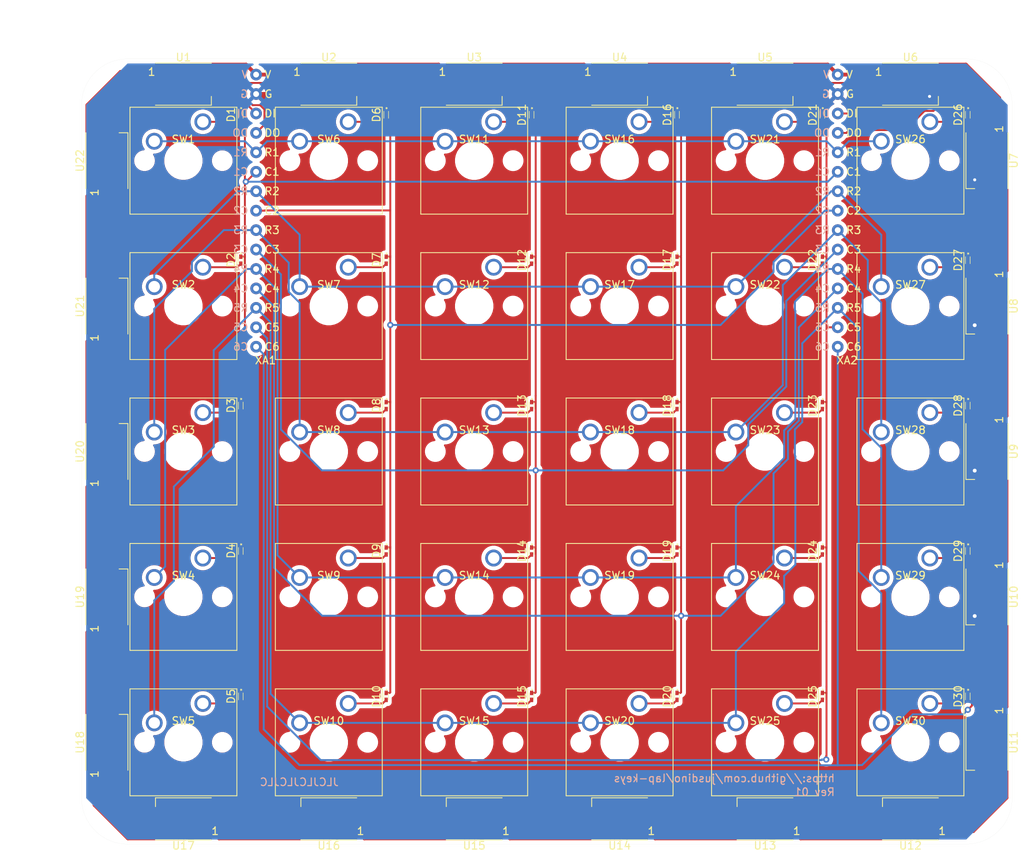
<source format=kicad_pcb>
(kicad_pcb (version 20171130) (host pcbnew 5.1.5+dfsg1-2build2)
  (title_block (title "30 Switch Plate") (date 2020-10-31) (rev 01) (comment 2 https://www.gnu.org/licenses/gpl-3.0.html) (comment 3 "License: GPL v3") (comment 4 "Author: Justin Frahm"))
  (layers (0 F.Cu signal) (31 B.Cu signal) (34 B.Paste user) (35 F.Paste user) (36 B.SilkS user) (37 F.SilkS user) (38 B.Mask user) (39 F.Mask user) (44 Edge.Cuts user))
  (net 0 "")
  (net 1 "Net-(D1-Pad2)")
  (net 2 "Net-(D1-Pad1)")
  (net 3 "Net-(D2-Pad2)")
  (net 4 "Net-(D3-Pad2)")
  (net 5 "Net-(D4-Pad2)")
  (net 6 "Net-(D5-Pad2)")
  (net 7 "Net-(D13-Pad2)")
  (net 8 "Net-(D8-Pad2)")
  (net 9 "Net-(D10-Pad1)")
  (net 10 "Net-(D9-Pad2)")
  (net 11 "Net-(D10-Pad2)")
  (net 12 "Net-(D11-Pad2)")
  (net 13 "Net-(D12-Pad2)")
  (net 14 "Net-(D14-Pad2)")
  (net 15 "Net-(D15-Pad2)")
  (net 16 "Net-(D16-Pad2)")
  (net 17 "Net-(D17-Pad2)")
  (net 18 "Net-(D18-Pad2)")
  (net 19 "Net-(D19-Pad2)")
  (net 20 "Net-(D21-Pad2)")
  (net 21 "Net-(D22-Pad2)")
  (net 22 "Net-(D23-Pad2)")
  (net 23 "Net-(D24-Pad2)")
  (net 24 "Net-(D25-Pad2)")
  (net 25 "Net-(D26-Pad2)")
  (net 26 "Net-(D28-Pad2)")
  (net 27 "Net-(D29-Pad2)")
  (net 28 "Net-(D30-Pad2)")
  (net 29 "Net-(D6-Pad2)")
  (net 30 "Net-(D7-Pad2)")
  (net 31 "Net-(D11-Pad1)")
  (net 32 "Net-(D20-Pad2)")
  (net 33 "Net-(D21-Pad1)")
  (net 34 "Net-(D26-Pad1)")
  (net 35 "Net-(D27-Pad2)")
  (net 36 "Net-(U1-Pad1)")
  (net 37 "Net-(U1-Pad2)")
  (net 38 "Net-(U1-Pad4)")
  (net 39 "Net-(U1-Pad3)")
  (net 40 "Net-(U2-Pad4)")
  (net 41 "Net-(U3-Pad4)")
  (net 42 "Net-(U4-Pad4)")
  (net 43 "Net-(U5-Pad4)")
  (net 44 "Net-(U6-Pad4)")
  (net 45 "Net-(U7-Pad4)")
  (net 46 "Net-(U8-Pad4)")
  (net 47 "Net-(U10-Pad2)")
  (net 48 "Net-(U10-Pad4)")
  (net 49 "Net-(U11-Pad4)")
  (net 50 "Net-(U12-Pad4)")
  (net 51 "Net-(U13-Pad4)")
  (net 52 "Net-(U14-Pad4)")
  (net 53 "Net-(U15-Pad4)")
  (net 54 "Net-(U16-Pad4)")
  (net 55 "Net-(U17-Pad4)")
  (net 56 "Net-(U18-Pad4)")
  (net 57 "Net-(U19-Pad4)")
  (net 58 "Net-(U20-Pad4)")
  (net 59 "Net-(U21-Pad4)")
  (net 60 "Net-(SW1-Pad2)")
  (net 61 "Net-(SW12-Pad2)")
  (net 62 "Net-(SW13-Pad2)")
  (net 63 "Net-(SW14-Pad2)")
  (net 64 "Net-(SW10-Pad2)")
  (net 65 "Net-(U7-Pad2)")
  (net 66 "Net-(U22-Pad4)")
  (net 67 "Net-(D16-Pad1)")
  (module footprints:LED_WS2812B_PLCC4_5.0x5.0mm_P3.2mm_WorldSemi (layer F.Cu) (at 100 40 180)
    (fp_text reference U1 (at 0 3.5) (layer F.SilkS))
    (fp_text value WS2812B)
    (fp_text user 1 (at 4.15 1.6) (layer F.SilkS))
    (pad 1 smd rect (at 2.45 1.6) (size 1.5 1) (layers F.Cu F.Paste F.Mask) (net 36 "Net-(U1-Pad1)"))
    (pad 2 smd rect (at 2.45 -1.6) (size 1.5 1) (layers F.Cu F.Paste F.Mask) (net 37 "Net-(U1-Pad2)"))
    (pad 4 smd rect (at -2.45 1.6) (size 1.5 1) (layers F.Cu F.Paste F.Mask) (net 38 "Net-(U1-Pad4)"))
    (pad 3 smd rect (at -2.45 -1.6) (size 1.5 1) (layers F.Cu F.Paste F.Mask) (net 39 "Net-(U1-Pad3)"))
  )
  (module footprints:LED_WS2812B_PLCC4_5.0x5.0mm_P3.2mm_WorldSemi (layer F.Cu) (at 119 40 180)
    (fp_text reference U2 (at 0 3.5) (layer F.SilkS))
    (fp_text value WS2812B)
    (fp_text user 1 (at 4.15 1.6) (layer F.SilkS))
    (pad 1 smd rect (at 2.45 1.6) (size 1.5 1) (layers F.Cu F.Paste F.Mask) (net 36 "Net-(U1-Pad1)"))
    (pad 2 smd rect (at 2.45 -1.6) (size 1.5 1) (layers F.Cu F.Paste F.Mask) (net 38 "Net-(U1-Pad4)"))
    (pad 4 smd rect (at -2.45 1.6) (size 1.5 1) (layers F.Cu F.Paste F.Mask) (net 40 "Net-(U2-Pad4)"))
    (pad 3 smd rect (at -2.45 -1.6) (size 1.5 1) (layers F.Cu F.Paste F.Mask) (net 39 "Net-(U1-Pad3)"))
  )
  (module footprints:LED_WS2812B_PLCC4_5.0x5.0mm_P3.2mm_WorldSemi (layer F.Cu) (at 138 40 180)
    (fp_text reference U3 (at 0 3.5) (layer F.SilkS))
    (fp_text value WS2812B)
    (fp_text user 1 (at 4.15 1.6) (layer F.SilkS))
    (pad 1 smd rect (at 2.45 1.6) (size 1.5 1) (layers F.Cu F.Paste F.Mask) (net 36 "Net-(U1-Pad1)"))
    (pad 2 smd rect (at 2.45 -1.6) (size 1.5 1) (layers F.Cu F.Paste F.Mask) (net 40 "Net-(U2-Pad4)"))
    (pad 4 smd rect (at -2.45 1.6) (size 1.5 1) (layers F.Cu F.Paste F.Mask) (net 41 "Net-(U3-Pad4)"))
    (pad 3 smd rect (at -2.45 -1.6) (size 1.5 1) (layers F.Cu F.Paste F.Mask) (net 39 "Net-(U1-Pad3)"))
  )
  (module footprints:LED_WS2812B_PLCC4_5.0x5.0mm_P3.2mm_WorldSemi (layer F.Cu) (at 157 40 180)
    (fp_text reference U4 (at 0 3.5) (layer F.SilkS))
    (fp_text value WS2812B)
    (fp_text user 1 (at 4.15 1.6) (layer F.SilkS))
    (pad 1 smd rect (at 2.45 1.6) (size 1.5 1) (layers F.Cu F.Paste F.Mask) (net 36 "Net-(U1-Pad1)"))
    (pad 2 smd rect (at 2.45 -1.6) (size 1.5 1) (layers F.Cu F.Paste F.Mask) (net 41 "Net-(U3-Pad4)"))
    (pad 4 smd rect (at -2.45 1.6) (size 1.5 1) (layers F.Cu F.Paste F.Mask) (net 42 "Net-(U4-Pad4)"))
    (pad 3 smd rect (at -2.45 -1.6) (size 1.5 1) (layers F.Cu F.Paste F.Mask) (net 39 "Net-(U1-Pad3)"))
  )
  (module footprints:LED_WS2812B_PLCC4_5.0x5.0mm_P3.2mm_WorldSemi (layer F.Cu) (at 176 40 180)
    (fp_text reference U5 (at 0 3.5) (layer F.SilkS))
    (fp_text value WS2812B)
    (fp_text user 1 (at 4.15 1.6) (layer F.SilkS))
    (pad 1 smd rect (at 2.45 1.6) (size 1.5 1) (layers F.Cu F.Paste F.Mask) (net 36 "Net-(U1-Pad1)"))
    (pad 2 smd rect (at 2.45 -1.6) (size 1.5 1) (layers F.Cu F.Paste F.Mask) (net 42 "Net-(U4-Pad4)"))
    (pad 4 smd rect (at -2.45 1.6) (size 1.5 1) (layers F.Cu F.Paste F.Mask) (net 43 "Net-(U5-Pad4)"))
    (pad 3 smd rect (at -2.45 -1.6) (size 1.5 1) (layers F.Cu F.Paste F.Mask) (net 39 "Net-(U1-Pad3)"))
  )
  (module footprints:LED_WS2812B_PLCC4_5.0x5.0mm_P3.2mm_WorldSemi (layer F.Cu) (at 195 40 180)
    (fp_text reference U6 (at 0 3.5) (layer F.SilkS))
    (fp_text value WS2812B)
    (fp_text user 1 (at 4.15 1.6) (layer F.SilkS))
    (pad 1 smd rect (at 2.45 1.6) (size 1.5 1) (layers F.Cu F.Paste F.Mask) (net 36 "Net-(U1-Pad1)"))
    (pad 2 smd rect (at 2.45 -1.6) (size 1.5 1) (layers F.Cu F.Paste F.Mask) (net 43 "Net-(U5-Pad4)"))
    (pad 4 smd rect (at -2.45 1.6) (size 1.5 1) (layers F.Cu F.Paste F.Mask) (net 44 "Net-(U6-Pad4)"))
    (pad 3 smd rect (at -2.45 -1.6) (size 1.5 1) (layers F.Cu F.Paste F.Mask) (net 39 "Net-(U1-Pad3)"))
  )
  (module footprints:LED_WS2812B_PLCC4_5.0x5.0mm_P3.2mm_WorldSemi (layer F.Cu) (at 205 50 90)
    (fp_text reference U7 (at 0 3.5 90) (layer F.SilkS))
    (fp_text value WS2812B)
    (fp_text user 1 (at 4.15 1.6 90) (layer F.SilkS))
    (pad 1 smd rect (at 2.45 1.6 270) (size 1.5 1) (layers F.Cu F.Paste F.Mask) (net 36 "Net-(U1-Pad1)"))
    (pad 2 smd rect (at 2.45 -1.6 270) (size 1.5 1) (layers F.Cu F.Paste F.Mask) (net 65 "Net-(U7-Pad2)"))
    (pad 4 smd rect (at -2.45 1.6 270) (size 1.5 1) (layers F.Cu F.Paste F.Mask) (net 45 "Net-(U7-Pad4)"))
    (pad 3 smd rect (at -2.45 -1.6 270) (size 1.5 1) (layers F.Cu F.Paste F.Mask) (net 39 "Net-(U1-Pad3)"))
  )
  (module footprints:LED_WS2812B_PLCC4_5.0x5.0mm_P3.2mm_WorldSemi (layer F.Cu) (at 205 69 90)
    (fp_text reference U8 (at 0 3.5 90) (layer F.SilkS))
    (fp_text value WS2812B)
    (fp_text user 1 (at 4.15 1.6 90) (layer F.SilkS))
    (pad 1 smd rect (at 2.45 1.6 270) (size 1.5 1) (layers F.Cu F.Paste F.Mask) (net 36 "Net-(U1-Pad1)"))
    (pad 2 smd rect (at 2.45 -1.6 270) (size 1.5 1) (layers F.Cu F.Paste F.Mask) (net 45 "Net-(U7-Pad4)"))
    (pad 4 smd rect (at -2.45 1.6 270) (size 1.5 1) (layers F.Cu F.Paste F.Mask) (net 46 "Net-(U8-Pad4)"))
    (pad 3 smd rect (at -2.45 -1.6 270) (size 1.5 1) (layers F.Cu F.Paste F.Mask) (net 39 "Net-(U1-Pad3)"))
  )
  (module footprints:LED_WS2812B_PLCC4_5.0x5.0mm_P3.2mm_WorldSemi (layer F.Cu) (at 205 88 90)
    (fp_text reference U9 (at 0 3.5 90) (layer F.SilkS))
    (fp_text value WS2812B)
    (fp_text user 1 (at 4.15 1.6 90) (layer F.SilkS))
    (pad 1 smd rect (at 2.45 1.6 270) (size 1.5 1) (layers F.Cu F.Paste F.Mask) (net 36 "Net-(U1-Pad1)"))
    (pad 2 smd rect (at 2.45 -1.6 270) (size 1.5 1) (layers F.Cu F.Paste F.Mask) (net 46 "Net-(U8-Pad4)"))
    (pad 4 smd rect (at -2.45 1.6 270) (size 1.5 1) (layers F.Cu F.Paste F.Mask) (net 47 "Net-(U10-Pad2)"))
    (pad 3 smd rect (at -2.45 -1.6 270) (size 1.5 1) (layers F.Cu F.Paste F.Mask) (net 39 "Net-(U1-Pad3)"))
  )
  (module footprints:LED_WS2812B_PLCC4_5.0x5.0mm_P3.2mm_WorldSemi (layer F.Cu) (at 205 107 90)
    (fp_text reference U10 (at 0 3.5 90) (layer F.SilkS))
    (fp_text value WS2812B)
    (fp_text user 1 (at 4.15 1.6 90) (layer F.SilkS))
    (pad 1 smd rect (at 2.45 1.6 270) (size 1.5 1) (layers F.Cu F.Paste F.Mask) (net 36 "Net-(U1-Pad1)"))
    (pad 2 smd rect (at 2.45 -1.6 270) (size 1.5 1) (layers F.Cu F.Paste F.Mask) (net 47 "Net-(U10-Pad2)"))
    (pad 4 smd rect (at -2.45 1.6 270) (size 1.5 1) (layers F.Cu F.Paste F.Mask) (net 48 "Net-(U10-Pad4)"))
    (pad 3 smd rect (at -2.45 -1.6 270) (size 1.5 1) (layers F.Cu F.Paste F.Mask) (net 39 "Net-(U1-Pad3)"))
  )
  (module footprints:LED_WS2812B_PLCC4_5.0x5.0mm_P3.2mm_WorldSemi (layer F.Cu) (at 205 126 90)
    (fp_text reference U11 (at 0 3.5 90) (layer F.SilkS))
    (fp_text value WS2812B)
    (fp_text user 1 (at 4.15 1.6 90) (layer F.SilkS))
    (pad 1 smd rect (at 2.45 1.6 270) (size 1.5 1) (layers F.Cu F.Paste F.Mask) (net 36 "Net-(U1-Pad1)"))
    (pad 2 smd rect (at 2.45 -1.6 270) (size 1.5 1) (layers F.Cu F.Paste F.Mask) (net 48 "Net-(U10-Pad4)"))
    (pad 4 smd rect (at -2.45 1.6 270) (size 1.5 1) (layers F.Cu F.Paste F.Mask) (net 49 "Net-(U11-Pad4)"))
    (pad 3 smd rect (at -2.45 -1.6 270) (size 1.5 1) (layers F.Cu F.Paste F.Mask) (net 39 "Net-(U1-Pad3)"))
  )
  (module footprints:LED_WS2812B_PLCC4_5.0x5.0mm_P3.2mm_WorldSemi (layer F.Cu) (at 195 136)
    (fp_text reference U12 (at 0 3.5) (layer F.SilkS))
    (fp_text value WS2812B)
    (fp_text user 1 (at 4.15 1.6) (layer F.SilkS))
    (pad 1 smd rect (at 2.45 1.6 180) (size 1.5 1) (layers F.Cu F.Paste F.Mask) (net 36 "Net-(U1-Pad1)"))
    (pad 2 smd rect (at 2.45 -1.6 180) (size 1.5 1) (layers F.Cu F.Paste F.Mask) (net 49 "Net-(U11-Pad4)"))
    (pad 4 smd rect (at -2.45 1.6 180) (size 1.5 1) (layers F.Cu F.Paste F.Mask) (net 50 "Net-(U12-Pad4)"))
    (pad 3 smd rect (at -2.45 -1.6 180) (size 1.5 1) (layers F.Cu F.Paste F.Mask) (net 39 "Net-(U1-Pad3)"))
  )
  (module footprints:LED_WS2812B_PLCC4_5.0x5.0mm_P3.2mm_WorldSemi (layer F.Cu) (at 176 136)
    (fp_text reference U13 (at 0 3.5) (layer F.SilkS))
    (fp_text value WS2812B)
    (fp_text user 1 (at 4.15 1.6) (layer F.SilkS))
    (pad 1 smd rect (at 2.45 1.6 180) (size 1.5 1) (layers F.Cu F.Paste F.Mask) (net 36 "Net-(U1-Pad1)"))
    (pad 2 smd rect (at 2.45 -1.6 180) (size 1.5 1) (layers F.Cu F.Paste F.Mask) (net 50 "Net-(U12-Pad4)"))
    (pad 4 smd rect (at -2.45 1.6 180) (size 1.5 1) (layers F.Cu F.Paste F.Mask) (net 51 "Net-(U13-Pad4)"))
    (pad 3 smd rect (at -2.45 -1.6 180) (size 1.5 1) (layers F.Cu F.Paste F.Mask) (net 39 "Net-(U1-Pad3)"))
  )
  (module footprints:LED_WS2812B_PLCC4_5.0x5.0mm_P3.2mm_WorldSemi (layer F.Cu) (at 157 136)
    (fp_text reference U14 (at 0 3.5) (layer F.SilkS))
    (fp_text value WS2812B)
    (fp_text user 1 (at 4.15 1.6) (layer F.SilkS))
    (pad 1 smd rect (at 2.45 1.6 180) (size 1.5 1) (layers F.Cu F.Paste F.Mask) (net 36 "Net-(U1-Pad1)"))
    (pad 2 smd rect (at 2.45 -1.6 180) (size 1.5 1) (layers F.Cu F.Paste F.Mask) (net 51 "Net-(U13-Pad4)"))
    (pad 4 smd rect (at -2.45 1.6 180) (size 1.5 1) (layers F.Cu F.Paste F.Mask) (net 52 "Net-(U14-Pad4)"))
    (pad 3 smd rect (at -2.45 -1.6 180) (size 1.5 1) (layers F.Cu F.Paste F.Mask) (net 39 "Net-(U1-Pad3)"))
  )
  (module footprints:LED_WS2812B_PLCC4_5.0x5.0mm_P3.2mm_WorldSemi (layer F.Cu) (at 138 136)
    (fp_text reference U15 (at 0 3.5) (layer F.SilkS))
    (fp_text value WS2812B)
    (fp_text user 1 (at 4.15 1.6) (layer F.SilkS))
    (pad 1 smd rect (at 2.45 1.6 180) (size 1.5 1) (layers F.Cu F.Paste F.Mask) (net 36 "Net-(U1-Pad1)"))
    (pad 2 smd rect (at 2.45 -1.6 180) (size 1.5 1) (layers F.Cu F.Paste F.Mask) (net 52 "Net-(U14-Pad4)"))
    (pad 4 smd rect (at -2.45 1.6 180) (size 1.5 1) (layers F.Cu F.Paste F.Mask) (net 53 "Net-(U15-Pad4)"))
    (pad 3 smd rect (at -2.45 -1.6 180) (size 1.5 1) (layers F.Cu F.Paste F.Mask) (net 39 "Net-(U1-Pad3)"))
  )
  (module footprints:LED_WS2812B_PLCC4_5.0x5.0mm_P3.2mm_WorldSemi (layer F.Cu) (at 119 136)
    (fp_text reference U16 (at 0 3.5) (layer F.SilkS))
    (fp_text value WS2812B)
    (fp_text user 1 (at 4.15 1.6) (layer F.SilkS))
    (pad 1 smd rect (at 2.45 1.6 180) (size 1.5 1) (layers F.Cu F.Paste F.Mask) (net 36 "Net-(U1-Pad1)"))
    (pad 2 smd rect (at 2.45 -1.6 180) (size 1.5 1) (layers F.Cu F.Paste F.Mask) (net 53 "Net-(U15-Pad4)"))
    (pad 4 smd rect (at -2.45 1.6 180) (size 1.5 1) (layers F.Cu F.Paste F.Mask) (net 54 "Net-(U16-Pad4)"))
    (pad 3 smd rect (at -2.45 -1.6 180) (size 1.5 1) (layers F.Cu F.Paste F.Mask) (net 39 "Net-(U1-Pad3)"))
  )
  (module footprints:LED_WS2812B_PLCC4_5.0x5.0mm_P3.2mm_WorldSemi (layer F.Cu) (at 100 136)
    (fp_text reference U17 (at 0 3.5) (layer F.SilkS))
    (fp_text value WS2812B)
    (fp_text user 1 (at 4.15 1.6) (layer F.SilkS))
    (pad 1 smd rect (at 2.45 1.6 180) (size 1.5 1) (layers F.Cu F.Paste F.Mask) (net 36 "Net-(U1-Pad1)"))
    (pad 2 smd rect (at 2.45 -1.6 180) (size 1.5 1) (layers F.Cu F.Paste F.Mask) (net 54 "Net-(U16-Pad4)"))
    (pad 4 smd rect (at -2.45 1.6 180) (size 1.5 1) (layers F.Cu F.Paste F.Mask) (net 55 "Net-(U17-Pad4)"))
    (pad 3 smd rect (at -2.45 -1.6 180) (size 1.5 1) (layers F.Cu F.Paste F.Mask) (net 39 "Net-(U1-Pad3)"))
  )
  (module footprints:LED_WS2812B_PLCC4_5.0x5.0mm_P3.2mm_WorldSemi (layer F.Cu) (at 90 126 270)
    (fp_text reference U18 (at 0 3.5 90) (layer F.SilkS))
    (fp_text value WS2812B)
    (fp_text user 1 (at 4.15 1.6 90) (layer F.SilkS))
    (pad 1 smd rect (at 2.45 1.6 90) (size 1.5 1) (layers F.Cu F.Paste F.Mask) (net 36 "Net-(U1-Pad1)"))
    (pad 2 smd rect (at 2.45 -1.6 90) (size 1.5 1) (layers F.Cu F.Paste F.Mask) (net 55 "Net-(U17-Pad4)"))
    (pad 4 smd rect (at -2.45 1.6 90) (size 1.5 1) (layers F.Cu F.Paste F.Mask) (net 56 "Net-(U18-Pad4)"))
    (pad 3 smd rect (at -2.45 -1.6 90) (size 1.5 1) (layers F.Cu F.Paste F.Mask) (net 39 "Net-(U1-Pad3)"))
  )
  (module footprints:LED_WS2812B_PLCC4_5.0x5.0mm_P3.2mm_WorldSemi (layer F.Cu) (at 90 107 270)
    (fp_text reference U19 (at 0 3.5 90) (layer F.SilkS))
    (fp_text value WS2812B)
    (fp_text user 1 (at 4.15 1.6 90) (layer F.SilkS))
    (pad 1 smd rect (at 2.45 1.6 90) (size 1.5 1) (layers F.Cu F.Paste F.Mask) (net 36 "Net-(U1-Pad1)"))
    (pad 2 smd rect (at 2.45 -1.6 90) (size 1.5 1) (layers F.Cu F.Paste F.Mask) (net 56 "Net-(U18-Pad4)"))
    (pad 4 smd rect (at -2.45 1.6 90) (size 1.5 1) (layers F.Cu F.Paste F.Mask) (net 57 "Net-(U19-Pad4)"))
    (pad 3 smd rect (at -2.45 -1.6 90) (size 1.5 1) (layers F.Cu F.Paste F.Mask) (net 39 "Net-(U1-Pad3)"))
  )
  (module footprints:LED_WS2812B_PLCC4_5.0x5.0mm_P3.2mm_WorldSemi (layer F.Cu) (at 90 88 270)
    (fp_text reference U20 (at 0 3.5 90) (layer F.SilkS))
    (fp_text value WS2812B)
    (fp_text user 1 (at 4.15 1.6 90) (layer F.SilkS))
    (pad 1 smd rect (at 2.45 1.6 90) (size 1.5 1) (layers F.Cu F.Paste F.Mask) (net 36 "Net-(U1-Pad1)"))
    (pad 2 smd rect (at 2.45 -1.6 90) (size 1.5 1) (layers F.Cu F.Paste F.Mask) (net 57 "Net-(U19-Pad4)"))
    (pad 4 smd rect (at -2.45 1.6 90) (size 1.5 1) (layers F.Cu F.Paste F.Mask) (net 58 "Net-(U20-Pad4)"))
    (pad 3 smd rect (at -2.45 -1.6 90) (size 1.5 1) (layers F.Cu F.Paste F.Mask) (net 39 "Net-(U1-Pad3)"))
  )
  (module footprints:LED_WS2812B_PLCC4_5.0x5.0mm_P3.2mm_WorldSemi (layer F.Cu) (at 90 69 270)
    (fp_text reference U21 (at 0 3.5 90) (layer F.SilkS))
    (fp_text value WS2812B)
    (fp_text user 1 (at 4.15 1.6 90) (layer F.SilkS))
    (pad 1 smd rect (at 2.45 1.6 90) (size 1.5 1) (layers F.Cu F.Paste F.Mask) (net 36 "Net-(U1-Pad1)"))
    (pad 2 smd rect (at 2.45 -1.6 90) (size 1.5 1) (layers F.Cu F.Paste F.Mask) (net 58 "Net-(U20-Pad4)"))
    (pad 4 smd rect (at -2.45 1.6 90) (size 1.5 1) (layers F.Cu F.Paste F.Mask) (net 59 "Net-(U21-Pad4)"))
    (pad 3 smd rect (at -2.45 -1.6 90) (size 1.5 1) (layers F.Cu F.Paste F.Mask) (net 39 "Net-(U1-Pad3)"))
  )
  (module footprints:LED_WS2812B_PLCC4_5.0x5.0mm_P3.2mm_WorldSemi (layer F.Cu) (at 90 50 270)
    (fp_text reference U22 (at 0 3.5 90) (layer F.SilkS))
    (fp_text value WS2812B)
    (fp_text user 1 (at 4.15 1.6 90) (layer F.SilkS))
    (pad 1 smd rect (at 2.45 1.6 90) (size 1.5 1) (layers F.Cu F.Paste F.Mask) (net 36 "Net-(U1-Pad1)"))
    (pad 2 smd rect (at 2.45 -1.6 90) (size 1.5 1) (layers F.Cu F.Paste F.Mask) (net 59 "Net-(U21-Pad4)"))
    (pad 4 smd rect (at -2.45 1.6 90) (size 1.5 1) (layers F.Cu F.Paste F.Mask) (net 66 "Net-(U22-Pad4)"))
    (pad 3 smd rect (at -2.45 -1.6 90) (size 1.5 1) (layers F.Cu F.Paste F.Mask) (net 39 "Net-(U1-Pad3)"))
  )
  (module footprints:15PinHeader (layer F.Cu) (at 109.5 38.75)
    (fp_text reference XA1 (at -0.254 37.338) (layer F.SilkS) (effects (justify left)))
    (fp_text value 15PinHeader hide)
    (fp_text user DO (at -0.936476 7.62) (layer B.SilkS) (effects (justify left mirror)))
    (fp_text user C5 (at -0.936476 33.02) (layer B.SilkS) (effects (justify left mirror)))
    (fp_text user R5 (at -0.936476 30.48) (layer B.SilkS) (effects (justify left mirror)))
    (fp_text user C6 (at -0.936476 35.56) (layer B.SilkS) (effects (justify left mirror)))
    (fp_text user R3 (at -0.936476 20.32) (layer B.SilkS) (effects (justify left mirror)))
    (fp_text user C2 (at -0.936476 17.78) (layer B.SilkS) (effects (justify left mirror)))
    (fp_text user C4 (at -0.936476 27.94) (layer B.SilkS) (effects (justify left mirror)))
    (fp_text user R2 (at -0.936476 15.24) (layer B.SilkS) (effects (justify left mirror)))
    (fp_text user C1 (at -0.936476 12.7) (layer B.SilkS) (effects (justify left mirror)))
    (fp_text user R1 (at -0.936476 10.16) (layer B.SilkS) (effects (justify left mirror)))
    (fp_text user DI (at -0.936476 5.08) (layer B.SilkS) (effects (justify left mirror)))
    (fp_text user G (at -0.936476 2.54) (layer B.SilkS) (effects (justify left mirror)))
    (fp_text user V (at -0.936476 0) (layer B.SilkS) (effects (justify left mirror)))
    (fp_text user R4 (at -0.936476 25.4) (layer B.SilkS) (effects (justify left mirror)))
    (fp_text user C3 (at -0.936476 22.86) (layer B.SilkS) (effects (justify left mirror)))
    (fp_text user DO (at 1.016 7.62) (layer F.SilkS) (effects (justify left)))
    (fp_text user C5 (at 1.016 33.02) (layer F.SilkS) (effects (justify left)))
    (fp_text user R5 (at 1.016 30.48) (layer F.SilkS) (effects (justify left)))
    (fp_text user C6 (at 1.016 35.56) (layer F.SilkS) (effects (justify left)))
    (fp_text user R3 (at 1.016 20.32) (layer F.SilkS) (effects (justify left)))
    (fp_text user C2 (at 1.016 17.78) (layer F.SilkS) (effects (justify left)))
    (fp_text user C4 (at 1.016 27.94) (layer F.SilkS) (effects (justify left)))
    (fp_text user C3 (at 1.016 22.86) (layer F.SilkS) (effects (justify left)))
    (fp_text user R4 (at 1.016 25.4) (layer F.SilkS) (effects (justify left)))
    (fp_text user R2 (at 1.016 15.24) (layer F.SilkS) (effects (justify left)))
    (fp_text user C1 (at 1.016 12.7) (layer F.SilkS) (effects (justify left)))
    (fp_text user R1 (at 1.016 10.16) (layer F.SilkS) (effects (justify left)))
    (fp_text user DI (at 1.016 5.08) (layer F.SilkS) (effects (justify left)))
    (fp_text user G (at 1.016 2.54) (layer F.SilkS) (effects (justify left)))
    (fp_text user V (at 1.016 0) (layer F.SilkS) (effects (justify left)))
    (pad 4 thru_hole circle (at 0 7.62) (size 1.524 1.524) (drill 0.762) (layers *.Cu *.Mask) (net 37 "Net-(U1-Pad2)"))
    (pad 14 thru_hole circle (at 0 33.02) (size 1.524 1.524) (drill 0.762) (layers *.Cu *.Mask) (net 33 "Net-(D21-Pad1)"))
    (pad 13 thru_hole circle (at 0 30.48) (size 1.524 1.524) (drill 0.762) (layers *.Cu *.Mask) (net 64 "Net-(SW10-Pad2)"))
    (pad 15 thru_hole circle (at 0 35.56) (size 1.524 1.524) (drill 0.762) (layers *.Cu *.Mask) (net 34 "Net-(D26-Pad1)"))
    (pad 8 thru_hole circle (at 0 17.78) (size 1.524 1.524) (drill 0.762) (layers *.Cu *.Mask) (net 9 "Net-(D10-Pad1)"))
    (pad 9 thru_hole circle (at 0 20.32) (size 1.524 1.524) (drill 0.762) (layers *.Cu *.Mask) (net 62 "Net-(SW13-Pad2)"))
    (pad 10 thru_hole circle (at 0 22.86) (size 1.524 1.524) (drill 0.762) (layers *.Cu *.Mask) (net 31 "Net-(D11-Pad1)"))
    (pad 11 thru_hole circle (at 0 25.4) (size 1.524 1.524) (drill 0.762) (layers *.Cu *.Mask) (net 63 "Net-(SW14-Pad2)"))
    (pad 12 thru_hole circle (at 0 27.94) (size 1.524 1.524) (drill 0.762) (layers *.Cu *.Mask) (net 67 "Net-(D16-Pad1)"))
    (pad 7 thru_hole circle (at 0 15.24) (size 1.524 1.524) (drill 0.762) (layers *.Cu *.Mask) (net 61 "Net-(SW12-Pad2)"))
    (pad 6 thru_hole circle (at 0 12.7) (size 1.524 1.524) (drill 0.762) (layers *.Cu *.Mask) (net 2 "Net-(D1-Pad1)"))
    (pad 5 thru_hole circle (at 0 10.16) (size 1.524 1.524) (drill 0.762) (layers *.Cu *.Mask) (net 60 "Net-(SW1-Pad2)"))
    (pad 3 thru_hole circle (at 0 5.08) (size 1.524 1.524) (drill 0.762) (layers *.Cu *.Mask) (net 66 "Net-(U22-Pad4)"))
    (pad 2 thru_hole circle (at 0 2.54) (size 1.524 1.524) (drill 0.762) (layers *.Cu *.Mask) (net 39 "Net-(U1-Pad3)"))
    (pad 1 thru_hole circle (at 0 0) (size 1.524 1.524) (drill 0.762) (layers *.Cu *.Mask) (net 36 "Net-(U1-Pad1)"))
  )
  (module footprints:15PinHeader (layer F.Cu) (at 185.5 38.75)
    (fp_text reference XA2 (at -0.254 37.338) (layer F.SilkS) (effects (justify left)))
    (fp_text value 15PinHeader hide)
    (fp_text user DO (at -0.936476 7.62) (layer B.SilkS) (effects (justify left mirror)))
    (fp_text user C5 (at -0.936476 33.02) (layer B.SilkS) (effects (justify left mirror)))
    (fp_text user R5 (at -0.936476 30.48) (layer B.SilkS) (effects (justify left mirror)))
    (fp_text user C6 (at -0.936476 35.56) (layer B.SilkS) (effects (justify left mirror)))
    (fp_text user R3 (at -0.936476 20.32) (layer B.SilkS) (effects (justify left mirror)))
    (fp_text user C2 (at -0.936476 17.78) (layer B.SilkS) (effects (justify left mirror)))
    (fp_text user C4 (at -0.936476 27.94) (layer B.SilkS) (effects (justify left mirror)))
    (fp_text user R2 (at -0.936476 15.24) (layer B.SilkS) (effects (justify left mirror)))
    (fp_text user C1 (at -0.936476 12.7) (layer B.SilkS) (effects (justify left mirror)))
    (fp_text user R1 (at -0.936476 10.16) (layer B.SilkS) (effects (justify left mirror)))
    (fp_text user DI (at -0.936476 5.08) (layer B.SilkS) (effects (justify left mirror)))
    (fp_text user G (at -0.936476 2.54) (layer B.SilkS) (effects (justify left mirror)))
    (fp_text user V (at -0.936476 0) (layer B.SilkS) (effects (justify left mirror)))
    (fp_text user R4 (at -0.936476 25.4) (layer B.SilkS) (effects (justify left mirror)))
    (fp_text user C3 (at -0.936476 22.86) (layer B.SilkS) (effects (justify left mirror)))
    (fp_text user DO (at 1.016 7.62) (layer F.SilkS) (effects (justify left)))
    (fp_text user C5 (at 1.016 33.02) (layer F.SilkS) (effects (justify left)))
    (fp_text user R5 (at 1.016 30.48) (layer F.SilkS) (effects (justify left)))
    (fp_text user C6 (at 1.016 35.56) (layer F.SilkS) (effects (justify left)))
    (fp_text user R3 (at 1.016 20.32) (layer F.SilkS) (effects (justify left)))
    (fp_text user C2 (at 1.016 17.78) (layer F.SilkS) (effects (justify left)))
    (fp_text user C4 (at 1.016 27.94) (layer F.SilkS) (effects (justify left)))
    (fp_text user C3 (at 1.016 22.86) (layer F.SilkS) (effects (justify left)))
    (fp_text user R4 (at 1.016 25.4) (layer F.SilkS) (effects (justify left)))
    (fp_text user R2 (at 1.016 15.24) (layer F.SilkS) (effects (justify left)))
    (fp_text user C1 (at 1.016 12.7) (layer F.SilkS) (effects (justify left)))
    (fp_text user R1 (at 1.016 10.16) (layer F.SilkS) (effects (justify left)))
    (fp_text user DI (at 1.016 5.08) (layer F.SilkS) (effects (justify left)))
    (fp_text user G (at 1.016 2.54) (layer F.SilkS) (effects (justify left)))
    (fp_text user V (at 1.016 0) (layer F.SilkS) (effects (justify left)))
    (pad 4 thru_hole circle (at 0 7.62) (size 1.524 1.524) (drill 0.762) (layers *.Cu *.Mask) (net 65 "Net-(U7-Pad2)"))
    (pad 14 thru_hole circle (at 0 33.02) (size 1.524 1.524) (drill 0.762) (layers *.Cu *.Mask) (net 33 "Net-(D21-Pad1)"))
    (pad 13 thru_hole circle (at 0 30.48) (size 1.524 1.524) (drill 0.762) (layers *.Cu *.Mask) (net 64 "Net-(SW10-Pad2)"))
    (pad 15 thru_hole circle (at 0 35.56) (size 1.524 1.524) (drill 0.762) (layers *.Cu *.Mask) (net 34 "Net-(D26-Pad1)"))
    (pad 8 thru_hole circle (at 0 17.78) (size 1.524 1.524) (drill 0.762) (layers *.Cu *.Mask) (net 9 "Net-(D10-Pad1)"))
    (pad 9 thru_hole circle (at 0 20.32) (size 1.524 1.524) (drill 0.762) (layers *.Cu *.Mask) (net 62 "Net-(SW13-Pad2)"))
    (pad 10 thru_hole circle (at 0 22.86) (size 1.524 1.524) (drill 0.762) (layers *.Cu *.Mask) (net 31 "Net-(D11-Pad1)"))
    (pad 11 thru_hole circle (at 0 25.4) (size 1.524 1.524) (drill 0.762) (layers *.Cu *.Mask) (net 63 "Net-(SW14-Pad2)"))
    (pad 12 thru_hole circle (at 0 27.94) (size 1.524 1.524) (drill 0.762) (layers *.Cu *.Mask) (net 67 "Net-(D16-Pad1)"))
    (pad 7 thru_hole circle (at 0 15.24) (size 1.524 1.524) (drill 0.762) (layers *.Cu *.Mask) (net 61 "Net-(SW12-Pad2)"))
    (pad 6 thru_hole circle (at 0 12.7) (size 1.524 1.524) (drill 0.762) (layers *.Cu *.Mask) (net 2 "Net-(D1-Pad1)"))
    (pad 5 thru_hole circle (at 0 10.16) (size 1.524 1.524) (drill 0.762) (layers *.Cu *.Mask) (net 60 "Net-(SW1-Pad2)"))
    (pad 3 thru_hole circle (at 0 5.08) (size 1.524 1.524) (drill 0.762) (layers *.Cu *.Mask) (net 44 "Net-(U6-Pad4)"))
    (pad 2 thru_hole circle (at 0 2.54) (size 1.524 1.524) (drill 0.762) (layers *.Cu *.Mask) (net 39 "Net-(U1-Pad3)"))
    (pad 1 thru_hole circle (at 0 0) (size 1.524 1.524) (drill 0.762) (layers *.Cu *.Mask) (net 36 "Net-(U1-Pad1)"))
  )
  (module footprints:SW_Cherry_MX_1.00u_PCB_JF (layer F.Cu) (at 100 50)
    (fp_text reference SW1 (at 0 -2.794) (layer F.SilkS))
    (fp_text value SW_Push)
    (pad "" np_thru_hole circle (at 5.08 0) (size 1.7 1.7) (drill 1.7) (layers *.Cu *.Mask))
    (pad "" np_thru_hole circle (at -5.08 0) (size 1.7 1.7) (drill 1.7) (layers *.Cu *.Mask))
    (pad "" np_thru_hole circle (at 0 0) (size 4 4) (drill 4) (layers *.Cu *.Mask))
    (pad 2 thru_hole circle (at -3.81 -2.54) (size 2.2 2.2) (drill 1.5) (layers *.Cu *.Mask) (net 60 "Net-(SW1-Pad2)"))
    (pad 1 thru_hole circle (at 2.54 -5.08) (size 2.2 2.2) (drill 1.5) (layers *.Cu *.Mask) (net 1 "Net-(D1-Pad2)"))
  )
  (module footprints:SOD-723 (layer F.Cu) (at 107.5 44 270)
    (fp_text reference D1 (at 0 1.27 90) (layer F.SilkS))
    (fp_text value GPDiode)
    (fp_text user * (at -0.8636 -0.2032 90) (layer F.SilkS) (effects (font (size 0.5 0.5) (thickness 0.08))))
    (pad 2 smd rect (at 0.4575 0 270) (size 0.585 0.42) (layers F.Cu F.Paste F.Mask) (net 1 "Net-(D1-Pad2)"))
    (pad 1 smd rect (at -0.4575 0 270) (size 0.585 0.42) (layers F.Cu F.Paste F.Mask) (net 2 "Net-(D1-Pad1)"))
  )
  (module footprints:SOD-723 (layer F.Cu) (at 107.5 63 270)
    (fp_text reference D2 (at 0 1.27 90) (layer F.SilkS))
    (fp_text value GPDiode)
    (fp_text user * (at -0.8636 -0.2032 90) (layer F.SilkS) (effects (font (size 0.5 0.5) (thickness 0.08))))
    (pad 2 smd rect (at 0.4575 0 270) (size 0.585 0.42) (layers F.Cu F.Paste F.Mask) (net 3 "Net-(D2-Pad2)"))
    (pad 1 smd rect (at -0.4575 0 270) (size 0.585 0.42) (layers F.Cu F.Paste F.Mask) (net 2 "Net-(D1-Pad1)"))
  )
  (module footprints:SOD-723 (layer F.Cu) (at 107.5 82 270)
    (fp_text reference D3 (at 0 1.27 270) (layer F.SilkS))
    (fp_text value GPDiode)
    (fp_text user * (at -0.8636 -0.2032 270) (layer F.SilkS) (effects (font (size 0.5 0.5) (thickness 0.08))))
    (pad 2 smd rect (at 0.4575 0 270) (size 0.585 0.42) (layers F.Cu F.Paste F.Mask) (net 4 "Net-(D3-Pad2)"))
    (pad 1 smd rect (at -0.4575 0 270) (size 0.585 0.42) (layers F.Cu F.Paste F.Mask) (net 2 "Net-(D1-Pad1)"))
  )
  (module footprints:SOD-723 (layer F.Cu) (at 107.5 101 270)
    (fp_text reference D4 (at 0 1.27 270) (layer F.SilkS))
    (fp_text value GPDiode)
    (fp_text user * (at -0.8636 -0.2032 270) (layer F.SilkS) (effects (font (size 0.5 0.5) (thickness 0.08))))
    (pad 2 smd rect (at 0.4575 0 270) (size 0.585 0.42) (layers F.Cu F.Paste F.Mask) (net 5 "Net-(D4-Pad2)"))
    (pad 1 smd rect (at -0.4575 0 270) (size 0.585 0.42) (layers F.Cu F.Paste F.Mask) (net 2 "Net-(D1-Pad1)"))
  )
  (module footprints:SOD-723 (layer F.Cu) (at 107.5 120 270)
    (fp_text reference D5 (at 0 1.27 270) (layer F.SilkS))
    (fp_text value GPDiode)
    (fp_text user * (at -0.8636 -0.2032 270) (layer F.SilkS) (effects (font (size 0.5 0.5) (thickness 0.08))))
    (pad 2 smd rect (at 0.4575 0 270) (size 0.585 0.42) (layers F.Cu F.Paste F.Mask) (net 6 "Net-(D5-Pad2)"))
    (pad 1 smd rect (at -0.4575 0 270) (size 0.585 0.42) (layers F.Cu F.Paste F.Mask) (net 2 "Net-(D1-Pad1)"))
  )
  (module footprints:SOD-723 (layer F.Cu) (at 126.5 44 270)
    (fp_text reference D6 (at 0 1.27 270) (layer F.SilkS))
    (fp_text value GPDiode)
    (fp_text user * (at -0.8636 -0.2032 270) (layer F.SilkS) (effects (font (size 0.5 0.5) (thickness 0.08))))
    (pad 2 smd rect (at 0.4575 0 270) (size 0.585 0.42) (layers F.Cu F.Paste F.Mask) (net 29 "Net-(D6-Pad2)"))
    (pad 1 smd rect (at -0.4575 0 270) (size 0.585 0.42) (layers F.Cu F.Paste F.Mask) (net 9 "Net-(D10-Pad1)"))
  )
  (module footprints:SOD-723 (layer F.Cu) (at 126.5 63 270)
    (fp_text reference D7 (at 0 1.27 270) (layer F.SilkS))
    (fp_text value GPDiode)
    (fp_text user * (at -0.8636 -0.2032 270) (layer F.SilkS) (effects (font (size 0.5 0.5) (thickness 0.08))))
    (pad 2 smd rect (at 0.4575 0 270) (size 0.585 0.42) (layers F.Cu F.Paste F.Mask) (net 30 "Net-(D7-Pad2)"))
    (pad 1 smd rect (at -0.4575 0 270) (size 0.585 0.42) (layers F.Cu F.Paste F.Mask) (net 9 "Net-(D10-Pad1)"))
  )
  (module footprints:SOD-723 (layer F.Cu) (at 126.5 82 270)
    (fp_text reference D8 (at 0 1.27 270) (layer F.SilkS))
    (fp_text value GPDiode)
    (fp_text user * (at -0.8636 -0.2032 270) (layer F.SilkS) (effects (font (size 0.5 0.5) (thickness 0.08))))
    (pad 2 smd rect (at 0.4575 0 270) (size 0.585 0.42) (layers F.Cu F.Paste F.Mask) (net 8 "Net-(D8-Pad2)"))
    (pad 1 smd rect (at -0.4575 0 270) (size 0.585 0.42) (layers F.Cu F.Paste F.Mask) (net 9 "Net-(D10-Pad1)"))
  )
  (module footprints:SOD-723 (layer F.Cu) (at 126.5 101 270)
    (fp_text reference D9 (at 0 1.27 270) (layer F.SilkS))
    (fp_text value GPDiode)
    (fp_text user * (at -0.8636 -0.2032 270) (layer F.SilkS) (effects (font (size 0.5 0.5) (thickness 0.08))))
    (pad 2 smd rect (at 0.4575 0 270) (size 0.585 0.42) (layers F.Cu F.Paste F.Mask) (net 10 "Net-(D9-Pad2)"))
    (pad 1 smd rect (at -0.4575 0 270) (size 0.585 0.42) (layers F.Cu F.Paste F.Mask) (net 9 "Net-(D10-Pad1)"))
  )
  (module footprints:SOD-723 (layer F.Cu) (at 126.5 120 270)
    (fp_text reference D10 (at 0 1.27 270) (layer F.SilkS))
    (fp_text value GPDiode)
    (fp_text user * (at -0.8636 -0.2032 270) (layer F.SilkS) (effects (font (size 0.5 0.5) (thickness 0.08))))
    (pad 2 smd rect (at 0.4575 0 270) (size 0.585 0.42) (layers F.Cu F.Paste F.Mask) (net 11 "Net-(D10-Pad2)"))
    (pad 1 smd rect (at -0.4575 0 270) (size 0.585 0.42) (layers F.Cu F.Paste F.Mask) (net 9 "Net-(D10-Pad1)"))
  )
  (module footprints:SOD-723 (layer F.Cu) (at 145.5 44 270)
    (fp_text reference D11 (at 0 1.27 270) (layer F.SilkS))
    (fp_text value GPDiode)
    (fp_text user * (at -0.8636 -0.2032 270) (layer F.SilkS) (effects (font (size 0.5 0.5) (thickness 0.08))))
    (pad 2 smd rect (at 0.4575 0 270) (size 0.585 0.42) (layers F.Cu F.Paste F.Mask) (net 12 "Net-(D11-Pad2)"))
    (pad 1 smd rect (at -0.4575 0 270) (size 0.585 0.42) (layers F.Cu F.Paste F.Mask) (net 31 "Net-(D11-Pad1)"))
  )
  (module footprints:SOD-723 (layer F.Cu) (at 145.5 63 270)
    (fp_text reference D12 (at 0 1.27 270) (layer F.SilkS))
    (fp_text value GPDiode)
    (fp_text user * (at -0.8636 -0.2032 270) (layer F.SilkS) (effects (font (size 0.5 0.5) (thickness 0.08))))
    (pad 2 smd rect (at 0.4575 0 270) (size 0.585 0.42) (layers F.Cu F.Paste F.Mask) (net 13 "Net-(D12-Pad2)"))
    (pad 1 smd rect (at -0.4575 0 270) (size 0.585 0.42) (layers F.Cu F.Paste F.Mask) (net 31 "Net-(D11-Pad1)"))
  )
  (module footprints:SOD-723 (layer F.Cu) (at 145.5 82 270)
    (fp_text reference D13 (at 0 1.27 270) (layer F.SilkS))
    (fp_text value GPDiode)
    (fp_text user * (at -0.8636 -0.2032 270) (layer F.SilkS) (effects (font (size 0.5 0.5) (thickness 0.08))))
    (pad 2 smd rect (at 0.4575 0 270) (size 0.585 0.42) (layers F.Cu F.Paste F.Mask) (net 7 "Net-(D13-Pad2)"))
    (pad 1 smd rect (at -0.4575 0 270) (size 0.585 0.42) (layers F.Cu F.Paste F.Mask) (net 31 "Net-(D11-Pad1)"))
  )
  (module footprints:SOD-723 (layer F.Cu) (at 145.5 101 270)
    (fp_text reference D14 (at 0 1.27 270) (layer F.SilkS))
    (fp_text value GPDiode)
    (fp_text user * (at -0.8636 -0.2032 270) (layer F.SilkS) (effects (font (size 0.5 0.5) (thickness 0.08))))
    (pad 2 smd rect (at 0.4575 0 270) (size 0.585 0.42) (layers F.Cu F.Paste F.Mask) (net 14 "Net-(D14-Pad2)"))
    (pad 1 smd rect (at -0.4575 0 270) (size 0.585 0.42) (layers F.Cu F.Paste F.Mask) (net 31 "Net-(D11-Pad1)"))
  )
  (module footprints:SOD-723 (layer F.Cu) (at 145.5 120 270)
    (fp_text reference D15 (at 0 1.27 270) (layer F.SilkS))
    (fp_text value GPDiode)
    (fp_text user * (at -0.8636 -0.2032 270) (layer F.SilkS) (effects (font (size 0.5 0.5) (thickness 0.08))))
    (pad 2 smd rect (at 0.4575 0 270) (size 0.585 0.42) (layers F.Cu F.Paste F.Mask) (net 15 "Net-(D15-Pad2)"))
    (pad 1 smd rect (at -0.4575 0 270) (size 0.585 0.42) (layers F.Cu F.Paste F.Mask) (net 31 "Net-(D11-Pad1)"))
  )
  (module footprints:SOD-723 (layer F.Cu) (at 164.5 44 270)
    (fp_text reference D16 (at 0 1.27 270) (layer F.SilkS))
    (fp_text value GPDiode)
    (fp_text user * (at -0.8636 -0.2032 270) (layer F.SilkS) (effects (font (size 0.5 0.5) (thickness 0.08))))
    (pad 2 smd rect (at 0.4575 0 270) (size 0.585 0.42) (layers F.Cu F.Paste F.Mask) (net 16 "Net-(D16-Pad2)"))
    (pad 1 smd rect (at -0.4575 0 270) (size 0.585 0.42) (layers F.Cu F.Paste F.Mask) (net 67 "Net-(D16-Pad1)"))
  )
  (module footprints:SOD-723 (layer F.Cu) (at 164.5 63 270)
    (fp_text reference D17 (at 0 1.27 270) (layer F.SilkS))
    (fp_text value GPDiode)
    (fp_text user * (at -0.8636 -0.2032 270) (layer F.SilkS) (effects (font (size 0.5 0.5) (thickness 0.08))))
    (pad 2 smd rect (at 0.4575 0 270) (size 0.585 0.42) (layers F.Cu F.Paste F.Mask) (net 17 "Net-(D17-Pad2)"))
    (pad 1 smd rect (at -0.4575 0 270) (size 0.585 0.42) (layers F.Cu F.Paste F.Mask) (net 67 "Net-(D16-Pad1)"))
  )
  (module footprints:SOD-723 (layer F.Cu) (at 164.5 82 270)
    (fp_text reference D18 (at 0 1.27 270) (layer F.SilkS))
    (fp_text value GPDiode)
    (fp_text user * (at -0.8636 -0.2032 270) (layer F.SilkS) (effects (font (size 0.5 0.5) (thickness 0.08))))
    (pad 2 smd rect (at 0.4575 0 270) (size 0.585 0.42) (layers F.Cu F.Paste F.Mask) (net 18 "Net-(D18-Pad2)"))
    (pad 1 smd rect (at -0.4575 0 270) (size 0.585 0.42) (layers F.Cu F.Paste F.Mask) (net 67 "Net-(D16-Pad1)"))
  )
  (module footprints:SOD-723 (layer F.Cu) (at 164.5 101 270)
    (fp_text reference D19 (at 0 1.27 270) (layer F.SilkS))
    (fp_text value GPDiode)
    (fp_text user * (at -0.8636 -0.2032 270) (layer F.SilkS) (effects (font (size 0.5 0.5) (thickness 0.08))))
    (pad 2 smd rect (at 0.4575 0 270) (size 0.585 0.42) (layers F.Cu F.Paste F.Mask) (net 19 "Net-(D19-Pad2)"))
    (pad 1 smd rect (at -0.4575 0 270) (size 0.585 0.42) (layers F.Cu F.Paste F.Mask) (net 67 "Net-(D16-Pad1)"))
  )
  (module footprints:SOD-723 (layer F.Cu) (at 164.5 120 270)
    (fp_text reference D20 (at 0 1.27 270) (layer F.SilkS))
    (fp_text value GPDiode)
    (fp_text user * (at -0.8636 -0.2032 270) (layer F.SilkS) (effects (font (size 0.5 0.5) (thickness 0.08))))
    (pad 2 smd rect (at 0.4575 0 270) (size 0.585 0.42) (layers F.Cu F.Paste F.Mask) (net 32 "Net-(D20-Pad2)"))
    (pad 1 smd rect (at -0.4575 0 270) (size 0.585 0.42) (layers F.Cu F.Paste F.Mask) (net 67 "Net-(D16-Pad1)"))
  )
  (module footprints:SOD-723 (layer F.Cu) (at 183.5 44 270)
    (fp_text reference D21 (at 0 1.27 270) (layer F.SilkS))
    (fp_text value GPDiode)
    (fp_text user * (at -0.8636 -0.2032 270) (layer F.SilkS) (effects (font (size 0.5 0.5) (thickness 0.08))))
    (pad 2 smd rect (at 0.4575 0 270) (size 0.585 0.42) (layers F.Cu F.Paste F.Mask) (net 20 "Net-(D21-Pad2)"))
    (pad 1 smd rect (at -0.4575 0 270) (size 0.585 0.42) (layers F.Cu F.Paste F.Mask) (net 33 "Net-(D21-Pad1)"))
  )
  (module footprints:SOD-723 (layer F.Cu) (at 183.5 63 270)
    (fp_text reference D22 (at 0 1.27 270) (layer F.SilkS))
    (fp_text value GPDiode)
    (fp_text user * (at -0.8636 -0.2032 270) (layer F.SilkS) (effects (font (size 0.5 0.5) (thickness 0.08))))
    (pad 2 smd rect (at 0.4575 0 270) (size 0.585 0.42) (layers F.Cu F.Paste F.Mask) (net 21 "Net-(D22-Pad2)"))
    (pad 1 smd rect (at -0.4575 0 270) (size 0.585 0.42) (layers F.Cu F.Paste F.Mask) (net 33 "Net-(D21-Pad1)"))
  )
  (module footprints:SOD-723 (layer F.Cu) (at 183.5 82 270)
    (fp_text reference D23 (at 0 1.27 270) (layer F.SilkS))
    (fp_text value GPDiode)
    (fp_text user * (at -0.8636 -0.2032 270) (layer F.SilkS) (effects (font (size 0.5 0.5) (thickness 0.08))))
    (pad 2 smd rect (at 0.4575 0 270) (size 0.585 0.42) (layers F.Cu F.Paste F.Mask) (net 22 "Net-(D23-Pad2)"))
    (pad 1 smd rect (at -0.4575 0 270) (size 0.585 0.42) (layers F.Cu F.Paste F.Mask) (net 33 "Net-(D21-Pad1)"))
  )
  (module footprints:SOD-723 (layer F.Cu) (at 183.5 101 270)
    (fp_text reference D24 (at 0 1.27 270) (layer F.SilkS))
    (fp_text value GPDiode)
    (fp_text user * (at -0.8636 -0.2032 270) (layer F.SilkS) (effects (font (size 0.5 0.5) (thickness 0.08))))
    (pad 2 smd rect (at 0.4575 0 270) (size 0.585 0.42) (layers F.Cu F.Paste F.Mask) (net 23 "Net-(D24-Pad2)"))
    (pad 1 smd rect (at -0.4575 0 270) (size 0.585 0.42) (layers F.Cu F.Paste F.Mask) (net 33 "Net-(D21-Pad1)"))
  )
  (module footprints:SOD-723 (layer F.Cu) (at 183.5 120 270)
    (fp_text reference D25 (at 0 1.27 270) (layer F.SilkS))
    (fp_text value GPDiode)
    (fp_text user * (at -0.8636 -0.2032 270) (layer F.SilkS) (effects (font (size 0.5 0.5) (thickness 0.08))))
    (pad 2 smd rect (at 0.4575 0 270) (size 0.585 0.42) (layers F.Cu F.Paste F.Mask) (net 24 "Net-(D25-Pad2)"))
    (pad 1 smd rect (at -0.4575 0 270) (size 0.585 0.42) (layers F.Cu F.Paste F.Mask) (net 33 "Net-(D21-Pad1)"))
  )
  (module footprints:SOD-723 (layer F.Cu) (at 202.5 44 270)
    (fp_text reference D26 (at 0 1.27 270) (layer F.SilkS))
    (fp_text value GPDiode)
    (fp_text user * (at -0.8636 -0.2032 270) (layer F.SilkS) (effects (font (size 0.5 0.5) (thickness 0.08))))
    (pad 2 smd rect (at 0.4575 0 270) (size 0.585 0.42) (layers F.Cu F.Paste F.Mask) (net 25 "Net-(D26-Pad2)"))
    (pad 1 smd rect (at -0.4575 0 270) (size 0.585 0.42) (layers F.Cu F.Paste F.Mask) (net 34 "Net-(D26-Pad1)"))
  )
  (module footprints:SOD-723 (layer F.Cu) (at 202.5 63 270)
    (fp_text reference D27 (at 0 1.27 270) (layer F.SilkS))
    (fp_text value GPDiode)
    (fp_text user * (at -0.8636 -0.2032 270) (layer F.SilkS) (effects (font (size 0.5 0.5) (thickness 0.08))))
    (pad 2 smd rect (at 0.4575 0 270) (size 0.585 0.42) (layers F.Cu F.Paste F.Mask) (net 35 "Net-(D27-Pad2)"))
    (pad 1 smd rect (at -0.4575 0 270) (size 0.585 0.42) (layers F.Cu F.Paste F.Mask) (net 34 "Net-(D26-Pad1)"))
  )
  (module footprints:SOD-723 (layer F.Cu) (at 202.5 82 270)
    (fp_text reference D28 (at 0 1.27 270) (layer F.SilkS))
    (fp_text value GPDiode)
    (fp_text user * (at -0.8636 -0.2032 270) (layer F.SilkS) (effects (font (size 0.5 0.5) (thickness 0.08))))
    (pad 2 smd rect (at 0.4575 0 270) (size 0.585 0.42) (layers F.Cu F.Paste F.Mask) (net 26 "Net-(D28-Pad2)"))
    (pad 1 smd rect (at -0.4575 0 270) (size 0.585 0.42) (layers F.Cu F.Paste F.Mask) (net 34 "Net-(D26-Pad1)"))
  )
  (module footprints:SOD-723 (layer F.Cu) (at 202.5 101 270)
    (fp_text reference D29 (at 0 1.27 270) (layer F.SilkS))
    (fp_text value GPDiode)
    (fp_text user * (at -0.8636 -0.2032 270) (layer F.SilkS) (effects (font (size 0.5 0.5) (thickness 0.08))))
    (pad 2 smd rect (at 0.4575 0 270) (size 0.585 0.42) (layers F.Cu F.Paste F.Mask) (net 27 "Net-(D29-Pad2)"))
    (pad 1 smd rect (at -0.4575 0 270) (size 0.585 0.42) (layers F.Cu F.Paste F.Mask) (net 34 "Net-(D26-Pad1)"))
  )
  (module footprints:SOD-723 (layer F.Cu) (at 202.5 120 270)
    (fp_text reference D30 (at 0 1.27 270) (layer F.SilkS))
    (fp_text value GPDiode)
    (fp_text user * (at -0.8636 -0.2032 270) (layer F.SilkS) (effects (font (size 0.5 0.5) (thickness 0.08))))
    (pad 2 smd rect (at 0.4575 0 270) (size 0.585 0.42) (layers F.Cu F.Paste F.Mask) (net 28 "Net-(D30-Pad2)"))
    (pad 1 smd rect (at -0.4575 0 270) (size 0.585 0.42) (layers F.Cu F.Paste F.Mask) (net 34 "Net-(D26-Pad1)"))
  )
  (module footprints:SW_Cherry_MX_1.00u_PCB_JF (layer F.Cu) (at 100 69)
    (fp_text reference SW2 (at 0 -2.794) (layer F.SilkS))
    (fp_text value SW_Push)
    (pad "" np_thru_hole circle (at 5.08 0) (size 1.7 1.7) (drill 1.7) (layers *.Cu *.Mask))
    (pad "" np_thru_hole circle (at -5.08 0) (size 1.7 1.7) (drill 1.7) (layers *.Cu *.Mask))
    (pad "" np_thru_hole circle (at 0 0) (size 4 4) (drill 4) (layers *.Cu *.Mask))
    (pad 2 thru_hole circle (at -3.81 -2.54) (size 2.2 2.2) (drill 1.5) (layers *.Cu *.Mask) (net 61 "Net-(SW12-Pad2)"))
    (pad 1 thru_hole circle (at 2.54 -5.08) (size 2.2 2.2) (drill 1.5) (layers *.Cu *.Mask) (net 3 "Net-(D2-Pad2)"))
  )
  (module footprints:SW_Cherry_MX_1.00u_PCB_JF (layer F.Cu) (at 100 88)
    (fp_text reference SW3 (at 0 -2.794) (layer F.SilkS))
    (fp_text value SW_Push)
    (pad "" np_thru_hole circle (at 5.08 0) (size 1.7 1.7) (drill 1.7) (layers *.Cu *.Mask))
    (pad "" np_thru_hole circle (at -5.08 0) (size 1.7 1.7) (drill 1.7) (layers *.Cu *.Mask))
    (pad "" np_thru_hole circle (at 0 0) (size 4 4) (drill 4) (layers *.Cu *.Mask))
    (pad 2 thru_hole circle (at -3.81 -2.54) (size 2.2 2.2) (drill 1.5) (layers *.Cu *.Mask) (net 62 "Net-(SW13-Pad2)"))
    (pad 1 thru_hole circle (at 2.54 -5.08) (size 2.2 2.2) (drill 1.5) (layers *.Cu *.Mask) (net 4 "Net-(D3-Pad2)"))
  )
  (module footprints:SW_Cherry_MX_1.00u_PCB_JF (layer F.Cu) (at 100 107)
    (fp_text reference SW4 (at 0 -2.794) (layer F.SilkS))
    (fp_text value SW_Push)
    (pad "" np_thru_hole circle (at 5.08 0) (size 1.7 1.7) (drill 1.7) (layers *.Cu *.Mask))
    (pad "" np_thru_hole circle (at -5.08 0) (size 1.7 1.7) (drill 1.7) (layers *.Cu *.Mask))
    (pad "" np_thru_hole circle (at 0 0) (size 4 4) (drill 4) (layers *.Cu *.Mask))
    (pad 2 thru_hole circle (at -3.81 -2.54) (size 2.2 2.2) (drill 1.5) (layers *.Cu *.Mask) (net 63 "Net-(SW14-Pad2)"))
    (pad 1 thru_hole circle (at 2.54 -5.08) (size 2.2 2.2) (drill 1.5) (layers *.Cu *.Mask) (net 5 "Net-(D4-Pad2)"))
  )
  (module footprints:SW_Cherry_MX_1.00u_PCB_JF (layer F.Cu) (at 100 126)
    (fp_text reference SW5 (at 0 -2.794) (layer F.SilkS))
    (fp_text value SW_Push)
    (pad "" np_thru_hole circle (at 5.08 0) (size 1.7 1.7) (drill 1.7) (layers *.Cu *.Mask))
    (pad "" np_thru_hole circle (at -5.08 0) (size 1.7 1.7) (drill 1.7) (layers *.Cu *.Mask))
    (pad "" np_thru_hole circle (at 0 0) (size 4 4) (drill 4) (layers *.Cu *.Mask))
    (pad 2 thru_hole circle (at -3.81 -2.54) (size 2.2 2.2) (drill 1.5) (layers *.Cu *.Mask) (net 64 "Net-(SW10-Pad2)"))
    (pad 1 thru_hole circle (at 2.54 -5.08) (size 2.2 2.2) (drill 1.5) (layers *.Cu *.Mask) (net 6 "Net-(D5-Pad2)"))
  )
  (module footprints:SW_Cherry_MX_1.00u_PCB_JF (layer F.Cu) (at 119 50)
    (fp_text reference SW6 (at 0 -2.794) (layer F.SilkS))
    (fp_text value SW_Push)
    (pad "" np_thru_hole circle (at 5.08 0) (size 1.7 1.7) (drill 1.7) (layers *.Cu *.Mask))
    (pad "" np_thru_hole circle (at -5.08 0) (size 1.7 1.7) (drill 1.7) (layers *.Cu *.Mask))
    (pad "" np_thru_hole circle (at 0 0) (size 4 4) (drill 4) (layers *.Cu *.Mask))
    (pad 2 thru_hole circle (at -3.81 -2.54) (size 2.2 2.2) (drill 1.5) (layers *.Cu *.Mask) (net 60 "Net-(SW1-Pad2)"))
    (pad 1 thru_hole circle (at 2.54 -5.08) (size 2.2 2.2) (drill 1.5) (layers *.Cu *.Mask) (net 29 "Net-(D6-Pad2)"))
  )
  (module footprints:SW_Cherry_MX_1.00u_PCB_JF (layer F.Cu) (at 119 69)
    (fp_text reference SW7 (at 0 -2.794) (layer F.SilkS))
    (fp_text value SW_Push)
    (pad "" np_thru_hole circle (at 5.08 0) (size 1.7 1.7) (drill 1.7) (layers *.Cu *.Mask))
    (pad "" np_thru_hole circle (at -5.08 0) (size 1.7 1.7) (drill 1.7) (layers *.Cu *.Mask))
    (pad "" np_thru_hole circle (at 0 0) (size 4 4) (drill 4) (layers *.Cu *.Mask))
    (pad 2 thru_hole circle (at -3.81 -2.54) (size 2.2 2.2) (drill 1.5) (layers *.Cu *.Mask) (net 61 "Net-(SW12-Pad2)"))
    (pad 1 thru_hole circle (at 2.54 -5.08) (size 2.2 2.2) (drill 1.5) (layers *.Cu *.Mask) (net 30 "Net-(D7-Pad2)"))
  )
  (module footprints:SW_Cherry_MX_1.00u_PCB_JF (layer F.Cu) (at 119 88)
    (fp_text reference SW8 (at 0 -2.794) (layer F.SilkS))
    (fp_text value SW_Push)
    (pad "" np_thru_hole circle (at 5.08 0) (size 1.7 1.7) (drill 1.7) (layers *.Cu *.Mask))
    (pad "" np_thru_hole circle (at -5.08 0) (size 1.7 1.7) (drill 1.7) (layers *.Cu *.Mask))
    (pad "" np_thru_hole circle (at 0 0) (size 4 4) (drill 4) (layers *.Cu *.Mask))
    (pad 2 thru_hole circle (at -3.81 -2.54) (size 2.2 2.2) (drill 1.5) (layers *.Cu *.Mask) (net 62 "Net-(SW13-Pad2)"))
    (pad 1 thru_hole circle (at 2.54 -5.08) (size 2.2 2.2) (drill 1.5) (layers *.Cu *.Mask) (net 8 "Net-(D8-Pad2)"))
  )
  (module footprints:SW_Cherry_MX_1.00u_PCB_JF (layer F.Cu) (at 119 107)
    (fp_text reference SW9 (at 0 -2.794) (layer F.SilkS))
    (fp_text value SW_Push)
    (pad "" np_thru_hole circle (at 5.08 0) (size 1.7 1.7) (drill 1.7) (layers *.Cu *.Mask))
    (pad "" np_thru_hole circle (at -5.08 0) (size 1.7 1.7) (drill 1.7) (layers *.Cu *.Mask))
    (pad "" np_thru_hole circle (at 0 0) (size 4 4) (drill 4) (layers *.Cu *.Mask))
    (pad 2 thru_hole circle (at -3.81 -2.54) (size 2.2 2.2) (drill 1.5) (layers *.Cu *.Mask) (net 63 "Net-(SW14-Pad2)"))
    (pad 1 thru_hole circle (at 2.54 -5.08) (size 2.2 2.2) (drill 1.5) (layers *.Cu *.Mask) (net 10 "Net-(D9-Pad2)"))
  )
  (module footprints:SW_Cherry_MX_1.00u_PCB_JF (layer F.Cu) (at 119 126)
    (fp_text reference SW10 (at 0 -2.794) (layer F.SilkS))
    (fp_text value SW_Push)
    (pad "" np_thru_hole circle (at 5.08 0) (size 1.7 1.7) (drill 1.7) (layers *.Cu *.Mask))
    (pad "" np_thru_hole circle (at -5.08 0) (size 1.7 1.7) (drill 1.7) (layers *.Cu *.Mask))
    (pad "" np_thru_hole circle (at 0 0) (size 4 4) (drill 4) (layers *.Cu *.Mask))
    (pad 2 thru_hole circle (at -3.81 -2.54) (size 2.2 2.2) (drill 1.5) (layers *.Cu *.Mask) (net 64 "Net-(SW10-Pad2)"))
    (pad 1 thru_hole circle (at 2.54 -5.08) (size 2.2 2.2) (drill 1.5) (layers *.Cu *.Mask) (net 11 "Net-(D10-Pad2)"))
  )
  (module footprints:SW_Cherry_MX_1.00u_PCB_JF (layer F.Cu) (at 138 50)
    (fp_text reference SW11 (at 0 -2.794) (layer F.SilkS))
    (fp_text value SW_Push)
    (pad "" np_thru_hole circle (at 5.08 0) (size 1.7 1.7) (drill 1.7) (layers *.Cu *.Mask))
    (pad "" np_thru_hole circle (at -5.08 0) (size 1.7 1.7) (drill 1.7) (layers *.Cu *.Mask))
    (pad "" np_thru_hole circle (at 0 0) (size 4 4) (drill 4) (layers *.Cu *.Mask))
    (pad 2 thru_hole circle (at -3.81 -2.54) (size 2.2 2.2) (drill 1.5) (layers *.Cu *.Mask) (net 60 "Net-(SW1-Pad2)"))
    (pad 1 thru_hole circle (at 2.54 -5.08) (size 2.2 2.2) (drill 1.5) (layers *.Cu *.Mask) (net 12 "Net-(D11-Pad2)"))
  )
  (module footprints:SW_Cherry_MX_1.00u_PCB_JF (layer F.Cu) (at 138 69)
    (fp_text reference SW12 (at 0 -2.794) (layer F.SilkS))
    (fp_text value SW_Push)
    (pad "" np_thru_hole circle (at 5.08 0) (size 1.7 1.7) (drill 1.7) (layers *.Cu *.Mask))
    (pad "" np_thru_hole circle (at -5.08 0) (size 1.7 1.7) (drill 1.7) (layers *.Cu *.Mask))
    (pad "" np_thru_hole circle (at 0 0) (size 4 4) (drill 4) (layers *.Cu *.Mask))
    (pad 2 thru_hole circle (at -3.81 -2.54) (size 2.2 2.2) (drill 1.5) (layers *.Cu *.Mask) (net 61 "Net-(SW12-Pad2)"))
    (pad 1 thru_hole circle (at 2.54 -5.08) (size 2.2 2.2) (drill 1.5) (layers *.Cu *.Mask) (net 13 "Net-(D12-Pad2)"))
  )
  (module footprints:SW_Cherry_MX_1.00u_PCB_JF (layer F.Cu) (at 138 88)
    (fp_text reference SW13 (at 0 -2.794) (layer F.SilkS))
    (fp_text value SW_Push)
    (pad "" np_thru_hole circle (at 5.08 0) (size 1.7 1.7) (drill 1.7) (layers *.Cu *.Mask))
    (pad "" np_thru_hole circle (at -5.08 0) (size 1.7 1.7) (drill 1.7) (layers *.Cu *.Mask))
    (pad "" np_thru_hole circle (at 0 0) (size 4 4) (drill 4) (layers *.Cu *.Mask))
    (pad 2 thru_hole circle (at -3.81 -2.54) (size 2.2 2.2) (drill 1.5) (layers *.Cu *.Mask) (net 62 "Net-(SW13-Pad2)"))
    (pad 1 thru_hole circle (at 2.54 -5.08) (size 2.2 2.2) (drill 1.5) (layers *.Cu *.Mask) (net 7 "Net-(D13-Pad2)"))
  )
  (module footprints:SW_Cherry_MX_1.00u_PCB_JF (layer F.Cu) (at 138 107)
    (fp_text reference SW14 (at 0 -2.794) (layer F.SilkS))
    (fp_text value SW_Push)
    (pad "" np_thru_hole circle (at 5.08 0) (size 1.7 1.7) (drill 1.7) (layers *.Cu *.Mask))
    (pad "" np_thru_hole circle (at -5.08 0) (size 1.7 1.7) (drill 1.7) (layers *.Cu *.Mask))
    (pad "" np_thru_hole circle (at 0 0) (size 4 4) (drill 4) (layers *.Cu *.Mask))
    (pad 2 thru_hole circle (at -3.81 -2.54) (size 2.2 2.2) (drill 1.5) (layers *.Cu *.Mask) (net 63 "Net-(SW14-Pad2)"))
    (pad 1 thru_hole circle (at 2.54 -5.08) (size 2.2 2.2) (drill 1.5) (layers *.Cu *.Mask) (net 14 "Net-(D14-Pad2)"))
  )
  (module footprints:SW_Cherry_MX_1.00u_PCB_JF (layer F.Cu) (at 138 126)
    (fp_text reference SW15 (at 0 -2.794) (layer F.SilkS))
    (fp_text value SW_Push)
    (pad "" np_thru_hole circle (at 5.08 0) (size 1.7 1.7) (drill 1.7) (layers *.Cu *.Mask))
    (pad "" np_thru_hole circle (at -5.08 0) (size 1.7 1.7) (drill 1.7) (layers *.Cu *.Mask))
    (pad "" np_thru_hole circle (at 0 0) (size 4 4) (drill 4) (layers *.Cu *.Mask))
    (pad 2 thru_hole circle (at -3.81 -2.54) (size 2.2 2.2) (drill 1.5) (layers *.Cu *.Mask) (net 64 "Net-(SW10-Pad2)"))
    (pad 1 thru_hole circle (at 2.54 -5.08) (size 2.2 2.2) (drill 1.5) (layers *.Cu *.Mask) (net 15 "Net-(D15-Pad2)"))
  )
  (module footprints:SW_Cherry_MX_1.00u_PCB_JF (layer F.Cu) (at 157 50)
    (fp_text reference SW16 (at 0 -2.794) (layer F.SilkS))
    (fp_text value SW_Push)
    (pad "" np_thru_hole circle (at 5.08 0) (size 1.7 1.7) (drill 1.7) (layers *.Cu *.Mask))
    (pad "" np_thru_hole circle (at -5.08 0) (size 1.7 1.7) (drill 1.7) (layers *.Cu *.Mask))
    (pad "" np_thru_hole circle (at 0 0) (size 4 4) (drill 4) (layers *.Cu *.Mask))
    (pad 2 thru_hole circle (at -3.81 -2.54) (size 2.2 2.2) (drill 1.5) (layers *.Cu *.Mask) (net 60 "Net-(SW1-Pad2)"))
    (pad 1 thru_hole circle (at 2.54 -5.08) (size 2.2 2.2) (drill 1.5) (layers *.Cu *.Mask) (net 16 "Net-(D16-Pad2)"))
  )
  (module footprints:SW_Cherry_MX_1.00u_PCB_JF (layer F.Cu) (at 157 69)
    (fp_text reference SW17 (at 0 -2.794) (layer F.SilkS))
    (fp_text value SW_Push)
    (pad "" np_thru_hole circle (at 5.08 0) (size 1.7 1.7) (drill 1.7) (layers *.Cu *.Mask))
    (pad "" np_thru_hole circle (at -5.08 0) (size 1.7 1.7) (drill 1.7) (layers *.Cu *.Mask))
    (pad "" np_thru_hole circle (at 0 0) (size 4 4) (drill 4) (layers *.Cu *.Mask))
    (pad 2 thru_hole circle (at -3.81 -2.54) (size 2.2 2.2) (drill 1.5) (layers *.Cu *.Mask) (net 61 "Net-(SW12-Pad2)"))
    (pad 1 thru_hole circle (at 2.54 -5.08) (size 2.2 2.2) (drill 1.5) (layers *.Cu *.Mask) (net 17 "Net-(D17-Pad2)"))
  )
  (module footprints:SW_Cherry_MX_1.00u_PCB_JF (layer F.Cu) (at 157 88)
    (fp_text reference SW18 (at 0 -2.794) (layer F.SilkS))
    (fp_text value SW_Push)
    (pad "" np_thru_hole circle (at 5.08 0) (size 1.7 1.7) (drill 1.7) (layers *.Cu *.Mask))
    (pad "" np_thru_hole circle (at -5.08 0) (size 1.7 1.7) (drill 1.7) (layers *.Cu *.Mask))
    (pad "" np_thru_hole circle (at 0 0) (size 4 4) (drill 4) (layers *.Cu *.Mask))
    (pad 2 thru_hole circle (at -3.81 -2.54) (size 2.2 2.2) (drill 1.5) (layers *.Cu *.Mask) (net 62 "Net-(SW13-Pad2)"))
    (pad 1 thru_hole circle (at 2.54 -5.08) (size 2.2 2.2) (drill 1.5) (layers *.Cu *.Mask) (net 18 "Net-(D18-Pad2)"))
  )
  (module footprints:SW_Cherry_MX_1.00u_PCB_JF (layer F.Cu) (at 157 107)
    (fp_text reference SW19 (at 0 -2.794) (layer F.SilkS))
    (fp_text value SW_Push)
    (pad "" np_thru_hole circle (at 5.08 0) (size 1.7 1.7) (drill 1.7) (layers *.Cu *.Mask))
    (pad "" np_thru_hole circle (at -5.08 0) (size 1.7 1.7) (drill 1.7) (layers *.Cu *.Mask))
    (pad "" np_thru_hole circle (at 0 0) (size 4 4) (drill 4) (layers *.Cu *.Mask))
    (pad 2 thru_hole circle (at -3.81 -2.54) (size 2.2 2.2) (drill 1.5) (layers *.Cu *.Mask) (net 63 "Net-(SW14-Pad2)"))
    (pad 1 thru_hole circle (at 2.54 -5.08) (size 2.2 2.2) (drill 1.5) (layers *.Cu *.Mask) (net 19 "Net-(D19-Pad2)"))
  )
  (module footprints:SW_Cherry_MX_1.00u_PCB_JF (layer F.Cu) (at 157 126)
    (fp_text reference SW20 (at 0 -2.794) (layer F.SilkS))
    (fp_text value SW_Push)
    (pad "" np_thru_hole circle (at 5.08 0) (size 1.7 1.7) (drill 1.7) (layers *.Cu *.Mask))
    (pad "" np_thru_hole circle (at -5.08 0) (size 1.7 1.7) (drill 1.7) (layers *.Cu *.Mask))
    (pad "" np_thru_hole circle (at 0 0) (size 4 4) (drill 4) (layers *.Cu *.Mask))
    (pad 2 thru_hole circle (at -3.81 -2.54) (size 2.2 2.2) (drill 1.5) (layers *.Cu *.Mask) (net 64 "Net-(SW10-Pad2)"))
    (pad 1 thru_hole circle (at 2.54 -5.08) (size 2.2 2.2) (drill 1.5) (layers *.Cu *.Mask) (net 32 "Net-(D20-Pad2)"))
  )
  (module footprints:SW_Cherry_MX_1.00u_PCB_JF (layer F.Cu) (at 176 50)
    (fp_text reference SW21 (at 0 -2.794) (layer F.SilkS))
    (fp_text value SW_Push)
    (pad "" np_thru_hole circle (at 5.08 0) (size 1.7 1.7) (drill 1.7) (layers *.Cu *.Mask))
    (pad "" np_thru_hole circle (at -5.08 0) (size 1.7 1.7) (drill 1.7) (layers *.Cu *.Mask))
    (pad "" np_thru_hole circle (at 0 0) (size 4 4) (drill 4) (layers *.Cu *.Mask))
    (pad 2 thru_hole circle (at -3.81 -2.54) (size 2.2 2.2) (drill 1.5) (layers *.Cu *.Mask) (net 60 "Net-(SW1-Pad2)"))
    (pad 1 thru_hole circle (at 2.54 -5.08) (size 2.2 2.2) (drill 1.5) (layers *.Cu *.Mask) (net 20 "Net-(D21-Pad2)"))
  )
  (module footprints:SW_Cherry_MX_1.00u_PCB_JF (layer F.Cu) (at 176 69)
    (fp_text reference SW22 (at 0 -2.794) (layer F.SilkS))
    (fp_text value SW_Push)
    (pad "" np_thru_hole circle (at 5.08 0) (size 1.7 1.7) (drill 1.7) (layers *.Cu *.Mask))
    (pad "" np_thru_hole circle (at -5.08 0) (size 1.7 1.7) (drill 1.7) (layers *.Cu *.Mask))
    (pad "" np_thru_hole circle (at 0 0) (size 4 4) (drill 4) (layers *.Cu *.Mask))
    (pad 2 thru_hole circle (at -3.81 -2.54) (size 2.2 2.2) (drill 1.5) (layers *.Cu *.Mask) (net 61 "Net-(SW12-Pad2)"))
    (pad 1 thru_hole circle (at 2.54 -5.08) (size 2.2 2.2) (drill 1.5) (layers *.Cu *.Mask) (net 21 "Net-(D22-Pad2)"))
  )
  (module footprints:SW_Cherry_MX_1.00u_PCB_JF (layer F.Cu) (at 176 88)
    (fp_text reference SW23 (at 0 -2.794) (layer F.SilkS))
    (fp_text value SW_Push)
    (pad "" np_thru_hole circle (at 5.08 0) (size 1.7 1.7) (drill 1.7) (layers *.Cu *.Mask))
    (pad "" np_thru_hole circle (at -5.08 0) (size 1.7 1.7) (drill 1.7) (layers *.Cu *.Mask))
    (pad "" np_thru_hole circle (at 0 0) (size 4 4) (drill 4) (layers *.Cu *.Mask))
    (pad 2 thru_hole circle (at -3.81 -2.54) (size 2.2 2.2) (drill 1.5) (layers *.Cu *.Mask) (net 62 "Net-(SW13-Pad2)"))
    (pad 1 thru_hole circle (at 2.54 -5.08) (size 2.2 2.2) (drill 1.5) (layers *.Cu *.Mask) (net 22 "Net-(D23-Pad2)"))
  )
  (module footprints:SW_Cherry_MX_1.00u_PCB_JF (layer F.Cu) (at 176 107)
    (fp_text reference SW24 (at 0 -2.794) (layer F.SilkS))
    (fp_text value SW_Push)
    (pad "" np_thru_hole circle (at 5.08 0) (size 1.7 1.7) (drill 1.7) (layers *.Cu *.Mask))
    (pad "" np_thru_hole circle (at -5.08 0) (size 1.7 1.7) (drill 1.7) (layers *.Cu *.Mask))
    (pad "" np_thru_hole circle (at 0 0) (size 4 4) (drill 4) (layers *.Cu *.Mask))
    (pad 2 thru_hole circle (at -3.81 -2.54) (size 2.2 2.2) (drill 1.5) (layers *.Cu *.Mask) (net 63 "Net-(SW14-Pad2)"))
    (pad 1 thru_hole circle (at 2.54 -5.08) (size 2.2 2.2) (drill 1.5) (layers *.Cu *.Mask) (net 23 "Net-(D24-Pad2)"))
  )
  (module footprints:SW_Cherry_MX_1.00u_PCB_JF (layer F.Cu) (at 176 126)
    (fp_text reference SW25 (at 0 -2.794) (layer F.SilkS))
    (fp_text value SW_Push)
    (pad "" np_thru_hole circle (at 5.08 0) (size 1.7 1.7) (drill 1.7) (layers *.Cu *.Mask))
    (pad "" np_thru_hole circle (at -5.08 0) (size 1.7 1.7) (drill 1.7) (layers *.Cu *.Mask))
    (pad "" np_thru_hole circle (at 0 0) (size 4 4) (drill 4) (layers *.Cu *.Mask))
    (pad 2 thru_hole circle (at -3.81 -2.54) (size 2.2 2.2) (drill 1.5) (layers *.Cu *.Mask) (net 64 "Net-(SW10-Pad2)"))
    (pad 1 thru_hole circle (at 2.54 -5.08) (size 2.2 2.2) (drill 1.5) (layers *.Cu *.Mask) (net 24 "Net-(D25-Pad2)"))
  )
  (module footprints:SW_Cherry_MX_1.00u_PCB_JF (layer F.Cu) (at 195 50)
    (fp_text reference SW26 (at 0 -2.794) (layer F.SilkS))
    (fp_text value SW_Push)
    (pad "" np_thru_hole circle (at 5.08 0) (size 1.7 1.7) (drill 1.7) (layers *.Cu *.Mask))
    (pad "" np_thru_hole circle (at -5.08 0) (size 1.7 1.7) (drill 1.7) (layers *.Cu *.Mask))
    (pad "" np_thru_hole circle (at 0 0) (size 4 4) (drill 4) (layers *.Cu *.Mask))
    (pad 2 thru_hole circle (at -3.81 -2.54) (size 2.2 2.2) (drill 1.5) (layers *.Cu *.Mask) (net 60 "Net-(SW1-Pad2)"))
    (pad 1 thru_hole circle (at 2.54 -5.08) (size 2.2 2.2) (drill 1.5) (layers *.Cu *.Mask) (net 25 "Net-(D26-Pad2)"))
  )
  (module footprints:SW_Cherry_MX_1.00u_PCB_JF (layer F.Cu) (at 195 69)
    (fp_text reference SW27 (at 0 -2.794) (layer F.SilkS))
    (fp_text value SW_Push)
    (pad "" np_thru_hole circle (at 5.08 0) (size 1.7 1.7) (drill 1.7) (layers *.Cu *.Mask))
    (pad "" np_thru_hole circle (at -5.08 0) (size 1.7 1.7) (drill 1.7) (layers *.Cu *.Mask))
    (pad "" np_thru_hole circle (at 0 0) (size 4 4) (drill 4) (layers *.Cu *.Mask))
    (pad 2 thru_hole circle (at -3.81 -2.54) (size 2.2 2.2) (drill 1.5) (layers *.Cu *.Mask) (net 61 "Net-(SW12-Pad2)"))
    (pad 1 thru_hole circle (at 2.54 -5.08) (size 2.2 2.2) (drill 1.5) (layers *.Cu *.Mask) (net 35 "Net-(D27-Pad2)"))
  )
  (module footprints:SW_Cherry_MX_1.00u_PCB_JF (layer F.Cu) (at 195 88)
    (fp_text reference SW28 (at 0 -2.794) (layer F.SilkS))
    (fp_text value SW_Push)
    (pad "" np_thru_hole circle (at 5.08 0) (size 1.7 1.7) (drill 1.7) (layers *.Cu *.Mask))
    (pad "" np_thru_hole circle (at -5.08 0) (size 1.7 1.7) (drill 1.7) (layers *.Cu *.Mask))
    (pad "" np_thru_hole circle (at 0 0) (size 4 4) (drill 4) (layers *.Cu *.Mask))
    (pad 2 thru_hole circle (at -3.81 -2.54) (size 2.2 2.2) (drill 1.5) (layers *.Cu *.Mask) (net 62 "Net-(SW13-Pad2)"))
    (pad 1 thru_hole circle (at 2.54 -5.08) (size 2.2 2.2) (drill 1.5) (layers *.Cu *.Mask) (net 26 "Net-(D28-Pad2)"))
  )
  (module footprints:SW_Cherry_MX_1.00u_PCB_JF (layer F.Cu) (at 195 107)
    (fp_text reference SW29 (at 0 -2.794) (layer F.SilkS))
    (fp_text value SW_Push)
    (pad "" np_thru_hole circle (at 5.08 0) (size 1.7 1.7) (drill 1.7) (layers *.Cu *.Mask))
    (pad "" np_thru_hole circle (at -5.08 0) (size 1.7 1.7) (drill 1.7) (layers *.Cu *.Mask))
    (pad "" np_thru_hole circle (at 0 0) (size 4 4) (drill 4) (layers *.Cu *.Mask))
    (pad 2 thru_hole circle (at -3.81 -2.54) (size 2.2 2.2) (drill 1.5) (layers *.Cu *.Mask) (net 63 "Net-(SW14-Pad2)"))
    (pad 1 thru_hole circle (at 2.54 -5.08) (size 2.2 2.2) (drill 1.5) (layers *.Cu *.Mask) (net 27 "Net-(D29-Pad2)"))
  )
  (module footprints:SW_Cherry_MX_1.00u_PCB_JF (layer F.Cu) (at 195 126)
    (fp_text reference SW30 (at 0 -2.794) (layer F.SilkS))
    (fp_text value SW_Push)
    (pad "" np_thru_hole circle (at 5.08 0) (size 1.7 1.7) (drill 1.7) (layers *.Cu *.Mask))
    (pad "" np_thru_hole circle (at -5.08 0) (size 1.7 1.7) (drill 1.7) (layers *.Cu *.Mask))
    (pad "" np_thru_hole circle (at 0 0) (size 4 4) (drill 4) (layers *.Cu *.Mask))
    (pad 2 thru_hole circle (at -3.81 -2.54) (size 2.2 2.2) (drill 1.5) (layers *.Cu *.Mask) (net 64 "Net-(SW10-Pad2)"))
    (pad 1 thru_hole circle (at 2.54 -5.08) (size 2.2 2.2) (drill 1.5) (layers *.Cu *.Mask) (net 28 "Net-(D30-Pad2)"))
  )
  (gr_text "Rev 01" (at 185.2 132.5) (layer B.SilkS) (effects (font (size 1 1)) (justify left mirror)))
  (gr_text https://github.com/jusdino/lap-keys (at 185.2 130.7) (layer B.SilkS) (effects (font (size 1 1)) (justify left mirror)))
  (gr_text JLCJLCJLCJLC (at 109.9 131.2) (layer B.SilkS) (effects (font (size 1 1)) (justify right mirror)))
  (gr_arc (start 202.3 42.7) (end 208.3 42.7) (angle -90) (layer Edge.Cuts) (width 0.01))
  (gr_arc (start 202.3 133.3) (end 202.3 139.3) (angle -90) (layer Edge.Cuts) (width 0.01))
  (gr_arc (start 92.7 133.3) (end 86.7 133.3) (angle -90) (layer Edge.Cuts) (width 0.01))
  (gr_arc (start 92.7 42.7) (end 92.7 36.7) (angle -90) (layer Edge.Cuts) (width 0.01))
  (gr_line (start 208.3 133.3) (end 208.3 42.7) (layer Edge.Cuts) (width 0.01))
  (gr_line (start 92.7 139.3) (end 202.3 139.3) (layer Edge.Cuts) (width 0.01))
  (gr_line (start 86.7 42.7) (end 86.7 133.3) (layer Edge.Cuts) (width 0.01))
  (gr_line (start 202.3 36.7) (end 92.7 36.7) (layer Edge.Cuts) (width 0.01))
  (segment (start 107.0375 44.92) (end 107.5 44.4575) (width 0.25) (layer F.Cu) (net 1))
  (segment (start 102.54 44.92) (end 107.0375 44.92) (width 0.25) (layer F.Cu) (net 1))
  (segment (start 184.203976 52.746024) (end 185.5 51.45) (width 0.25) (layer B.Cu) (net 2))
  (segment (start 108.003976 52.746024) (end 108.153976 52.746024) (width 0.25) (layer B.Cu) (net 2))
  (segment (start 108.035001 62.467499) (end 107.96 62.5425) (width 0.25) (layer F.Cu) (net 2))
  (segment (start 108.035001 43.617501) (end 108.035001 62.467499) (width 0.25) (layer F.Cu) (net 2))
  (segment (start 107.96 43.5425) (end 108.035001 43.617501) (width 0.25) (layer F.Cu) (net 2))
  (segment (start 107.5 43.5425) (end 107.96 43.5425) (width 0.25) (layer F.Cu) (net 2))
  (segment (start 108.035001 62.617501) (end 108.035001 81.467499) (width 0.25) (layer F.Cu) (net 2))
  (segment (start 107.96 62.5425) (end 108.035001 62.617501) (width 0.25) (layer F.Cu) (net 2))
  (segment (start 108.035001 81.467499) (end 107.96 81.5425) (width 0.25) (layer F.Cu) (net 2))
  (segment (start 107.5 62.5425) (end 107.96 62.5425) (width 0.25) (layer F.Cu) (net 2))
  (segment (start 108.035001 100.467499) (end 107.96 100.5425) (width 0.25) (layer F.Cu) (net 2))
  (segment (start 108.035001 81.617501) (end 108.035001 100.467499) (width 0.25) (layer F.Cu) (net 2))
  (segment (start 107.96 81.5425) (end 108.035001 81.617501) (width 0.25) (layer F.Cu) (net 2))
  (segment (start 107.5 81.5425) (end 107.96 81.5425) (width 0.25) (layer F.Cu) (net 2))
  (segment (start 107.96 119.5425) (end 107.5 119.5425) (width 0.25) (layer F.Cu) (net 2))
  (segment (start 108.035001 119.467499) (end 107.96 119.5425) (width 0.25) (layer F.Cu) (net 2))
  (segment (start 108.035001 100.617501) (end 108.035001 119.467499) (width 0.25) (layer F.Cu) (net 2))
  (segment (start 107.96 100.5425) (end 108.035001 100.617501) (width 0.25) (layer F.Cu) (net 2))
  (segment (start 107.5 100.5425) (end 107.96 100.5425) (width 0.25) (layer F.Cu) (net 2))
  (segment (start 108.153976 52.746024) (end 184.203976 52.746024) (width 0.25) (layer B.Cu) (net 2))
  (via (at 108.153976 52.746024) (size 0.8) (drill 0.4) (layers F.Cu B.Cu) (net 2))
  (segment (start 108.203976 52.746024) (end 109.5 51.45) (width 0.25) (layer F.Cu) (net 2))
  (segment (start 108.153976 52.746024) (end 108.203976 52.746024) (width 0.25) (layer F.Cu) (net 2))
  (segment (start 107.0375 63.92) (end 107.5 63.4575) (width 0.25) (layer F.Cu) (net 3))
  (segment (start 102.54 63.92) (end 107.0375 63.92) (width 0.25) (layer F.Cu) (net 3))
  (segment (start 107.0375 82.92) (end 107.5 82.4575) (width 0.25) (layer F.Cu) (net 4))
  (segment (start 102.54 82.92) (end 107.0375 82.92) (width 0.25) (layer F.Cu) (net 4))
  (segment (start 107.0375 101.92) (end 107.5 101.4575) (width 0.25) (layer F.Cu) (net 5))
  (segment (start 102.54 101.92) (end 107.0375 101.92) (width 0.25) (layer F.Cu) (net 5))
  (segment (start 107.0375 120.92) (end 107.5 120.4575) (width 0.25) (layer F.Cu) (net 6))
  (segment (start 102.54 120.92) (end 107.0375 120.92) (width 0.25) (layer F.Cu) (net 6))
  (segment (start 145.0375 82.92) (end 145.5 82.4575) (width 0.25) (layer F.Cu) (net 7))
  (segment (start 140.54 82.92) (end 145.0375 82.92) (width 0.25) (layer F.Cu) (net 7))
  (segment (start 126.0375 82.92) (end 126.5 82.4575) (width 0.25) (layer F.Cu) (net 8))
  (segment (start 121.54 82.92) (end 126.0375 82.92) (width 0.25) (layer F.Cu) (net 8))
  (segment (start 110.57763 56.53) (end 110.60763 56.5) (width 0.25) (layer F.Cu) (net 9))
  (segment (start 110.60763 56.5) (end 127 56.5) (width 0.25) (layer F.Cu) (net 9))
  (segment (start 109.5 56.53) (end 110.57763 56.53) (width 0.25) (layer F.Cu) (net 9))
  (via (at 127.035001 71.464999) (size 0.8) (drill 0.4) (layers F.Cu B.Cu) (net 9))
  (segment (start 184.42237 56.53) (end 185.5 56.53) (width 0.25) (layer B.Cu) (net 9))
  (segment (start 183.820998 56.53) (end 184.42237 56.53) (width 0.25) (layer B.Cu) (net 9))
  (segment (start 177.114999 64.544003) (end 177.114999 63.235999) (width 0.25) (layer B.Cu) (net 9))
  (segment (start 177.114999 63.235999) (end 183.820998 56.53) (width 0.25) (layer B.Cu) (net 9))
  (segment (start 170.194003 71.464999) (end 177.114999 64.544003) (width 0.25) (layer B.Cu) (net 9))
  (segment (start 127.035001 71.464999) (end 170.194003 71.464999) (width 0.25) (layer B.Cu) (net 9))
  (segment (start 127.035001 43.617501) (end 127.035001 62.467499) (width 0.25) (layer F.Cu) (net 9))
  (segment (start 127.035001 62.467499) (end 126.96 62.5425) (width 0.25) (layer F.Cu) (net 9))
  (segment (start 126.96 43.5425) (end 127.035001 43.617501) (width 0.25) (layer F.Cu) (net 9))
  (segment (start 126.5 43.5425) (end 126.96 43.5425) (width 0.25) (layer F.Cu) (net 9))
  (segment (start 127.035001 81.467499) (end 126.96 81.5425) (width 0.25) (layer F.Cu) (net 9))
  (segment (start 126.96 62.5425) (end 127.035001 62.617501) (width 0.25) (layer F.Cu) (net 9))
  (segment (start 127.035001 62.617501) (end 127.035001 81.467499) (width 0.25) (layer F.Cu) (net 9))
  (segment (start 126.5 62.5425) (end 126.96 62.5425) (width 0.25) (layer F.Cu) (net 9))
  (segment (start 127.035001 100.467499) (end 126.96 100.5425) (width 0.25) (layer F.Cu) (net 9))
  (segment (start 127.035001 81.617501) (end 127.035001 100.467499) (width 0.25) (layer F.Cu) (net 9))
  (segment (start 126.96 81.5425) (end 127.035001 81.617501) (width 0.25) (layer F.Cu) (net 9))
  (segment (start 126.5 81.5425) (end 126.96 81.5425) (width 0.25) (layer F.Cu) (net 9))
  (segment (start 126.96 119.5425) (end 126.5 119.5425) (width 0.25) (layer F.Cu) (net 9))
  (segment (start 127.035001 119.467499) (end 126.96 119.5425) (width 0.25) (layer F.Cu) (net 9))
  (segment (start 127.035001 100.617501) (end 127.035001 119.467499) (width 0.25) (layer F.Cu) (net 9))
  (segment (start 126.96 100.5425) (end 127.035001 100.617501) (width 0.25) (layer F.Cu) (net 9))
  (segment (start 126.5 100.5425) (end 126.96 100.5425) (width 0.25) (layer F.Cu) (net 9))
  (segment (start 126.0375 101.92) (end 126.5 101.4575) (width 0.25) (layer F.Cu) (net 10))
  (segment (start 121.54 101.92) (end 126.0375 101.92) (width 0.25) (layer F.Cu) (net 10))
  (segment (start 126.0375 120.92) (end 126.5 120.4575) (width 0.25) (layer F.Cu) (net 11))
  (segment (start 121.54 120.92) (end 126.0375 120.92) (width 0.25) (layer F.Cu) (net 11))
  (segment (start 145.0375 44.92) (end 145.5 44.4575) (width 0.25) (layer F.Cu) (net 12))
  (segment (start 140.54 44.92) (end 145.0375 44.92) (width 0.25) (layer F.Cu) (net 12))
  (segment (start 145.0375 63.92) (end 145.5 63.4575) (width 0.25) (layer F.Cu) (net 13))
  (segment (start 140.54 63.92) (end 145.0375 63.92) (width 0.25) (layer F.Cu) (net 13))
  (segment (start 145.0375 101.92) (end 145.5 101.4575) (width 0.25) (layer F.Cu) (net 14))
  (segment (start 140.54 101.92) (end 145.0375 101.92) (width 0.25) (layer F.Cu) (net 14))
  (segment (start 145.0375 120.92) (end 145.5 120.4575) (width 0.25) (layer F.Cu) (net 15))
  (segment (start 140.54 120.92) (end 145.0375 120.92) (width 0.25) (layer F.Cu) (net 15))
  (segment (start 164.0375 44.92) (end 164.5 44.4575) (width 0.25) (layer F.Cu) (net 16))
  (segment (start 159.54 44.92) (end 164.0375 44.92) (width 0.25) (layer F.Cu) (net 16))
  (segment (start 164.0375 63.92) (end 164.5 63.4575) (width 0.25) (layer F.Cu) (net 17))
  (segment (start 159.54 63.92) (end 164.0375 63.92) (width 0.25) (layer F.Cu) (net 17))
  (segment (start 164.0375 82.92) (end 164.5 82.4575) (width 0.25) (layer F.Cu) (net 18))
  (segment (start 159.54 82.92) (end 164.0375 82.92) (width 0.25) (layer F.Cu) (net 18))
  (segment (start 164.0375 101.92) (end 164.5 101.4575) (width 0.25) (layer F.Cu) (net 19))
  (segment (start 159.54 101.92) (end 164.0375 101.92) (width 0.25) (layer F.Cu) (net 19))
  (segment (start 183.0375 44.92) (end 183.5 44.4575) (width 0.25) (layer F.Cu) (net 20))
  (segment (start 178.54 44.92) (end 183.0375 44.92) (width 0.25) (layer F.Cu) (net 20))
  (segment (start 183.0375 63.92) (end 183.5 63.4575) (width 0.25) (layer F.Cu) (net 21))
  (segment (start 178.54 63.92) (end 183.0375 63.92) (width 0.25) (layer F.Cu) (net 21))
  (segment (start 183.0375 82.92) (end 183.5 82.4575) (width 0.25) (layer F.Cu) (net 22))
  (segment (start 178.54 82.92) (end 183.0375 82.92) (width 0.25) (layer F.Cu) (net 22))
  (segment (start 183.0375 101.92) (end 183.5 101.4575) (width 0.25) (layer F.Cu) (net 23))
  (segment (start 178.54 101.92) (end 183.0375 101.92) (width 0.25) (layer F.Cu) (net 23))
  (segment (start 183.0375 120.92) (end 183.5 120.4575) (width 0.25) (layer F.Cu) (net 24))
  (segment (start 178.54 120.92) (end 183.0375 120.92) (width 0.25) (layer F.Cu) (net 24))
  (segment (start 202.0375 44.92) (end 202.5 44.4575) (width 0.25) (layer F.Cu) (net 25))
  (segment (start 197.54 44.92) (end 202.0375 44.92) (width 0.25) (layer F.Cu) (net 25))
  (segment (start 202.0375 82.92) (end 202.5 82.4575) (width 0.25) (layer F.Cu) (net 26))
  (segment (start 197.54 82.92) (end 202.0375 82.92) (width 0.25) (layer F.Cu) (net 26))
  (segment (start 202.0375 101.92) (end 202.5 101.4575) (width 0.25) (layer F.Cu) (net 27))
  (segment (start 197.54 101.92) (end 202.0375 101.92) (width 0.25) (layer F.Cu) (net 27))
  (segment (start 202.0375 120.92) (end 202.5 120.4575) (width 0.25) (layer F.Cu) (net 28))
  (segment (start 197.54 120.92) (end 202.0375 120.92) (width 0.25) (layer F.Cu) (net 28))
  (segment (start 126.0375 44.92) (end 126.5 44.4575) (width 0.25) (layer F.Cu) (net 29))
  (segment (start 121.54 44.92) (end 126.0375 44.92) (width 0.25) (layer F.Cu) (net 29))
  (segment (start 126.0375 63.92) (end 126.5 63.4575) (width 0.25) (layer F.Cu) (net 30))
  (segment (start 121.54 63.92) (end 126.0375 63.92) (width 0.25) (layer F.Cu) (net 30))
  (segment (start 146.035001 62.467499) (end 145.96 62.5425) (width 0.25) (layer F.Cu) (net 31))
  (segment (start 146.035001 43.617501) (end 146.035001 62.467499) (width 0.25) (layer F.Cu) (net 31))
  (segment (start 145.96 43.5425) (end 146.035001 43.617501) (width 0.25) (layer F.Cu) (net 31))
  (segment (start 145.5 43.5425) (end 145.96 43.5425) (width 0.25) (layer F.Cu) (net 31))
  (segment (start 146.035001 81.467499) (end 145.96 81.5425) (width 0.25) (layer F.Cu) (net 31))
  (segment (start 146.035001 62.617501) (end 146.035001 80.714999) (width 0.25) (layer F.Cu) (net 31))
  (segment (start 145.96 62.5425) (end 146.035001 62.617501) (width 0.25) (layer F.Cu) (net 31))
  (segment (start 145.5 62.5425) (end 145.96 62.5425) (width 0.25) (layer F.Cu) (net 31))
  (segment (start 146.035001 100.467499) (end 145.96 100.5425) (width 0.25) (layer F.Cu) (net 31))
  (segment (start 146.035001 81.617501) (end 146.035001 90.464999) (width 0.25) (layer F.Cu) (net 31))
  (segment (start 145.96 81.5425) (end 146.035001 81.617501) (width 0.25) (layer F.Cu) (net 31))
  (segment (start 145.5 81.5425) (end 145.96 81.5425) (width 0.25) (layer F.Cu) (net 31))
  (segment (start 146.035001 119.467499) (end 145.96 119.5425) (width 0.25) (layer F.Cu) (net 31))
  (segment (start 146.035001 100.617501) (end 146.035001 119.467499) (width 0.25) (layer F.Cu) (net 31))
  (segment (start 145.96 100.5425) (end 146.035001 100.617501) (width 0.25) (layer F.Cu) (net 31))
  (segment (start 145.96 119.5425) (end 145.5 119.5425) (width 0.25) (layer F.Cu) (net 31))
  (segment (start 145.5 100.5425) (end 145.96 100.5425) (width 0.25) (layer F.Cu) (net 31))
  (segment (start 146.035001 80.714999) (end 146.035001 81.467499) (width 0.25) (layer F.Cu) (net 31))
  (segment (start 146.035001 90.464999) (end 146.035001 100.467499) (width 0.25) (layer F.Cu) (net 31))
  (via (at 146.035001 90.464999) (size 0.8) (drill 0.4) (layers F.Cu B.Cu) (net 31))
  (segment (start 118.085997 90.464999) (end 146.035001 90.464999) (width 0.25) (layer B.Cu) (net 31))
  (segment (start 112.744999 85.124001) (end 118.085997 90.464999) (width 0.25) (layer B.Cu) (net 31))
  (segment (start 112.744999 64.854999) (end 112.744999 85.124001) (width 0.25) (layer B.Cu) (net 31))
  (segment (start 109.5 61.61) (end 112.744999 64.854999) (width 0.25) (layer B.Cu) (net 31))
  (segment (start 146.035001 90.464999) (end 170.535001 90.464999) (width 0.25) (layer B.Cu) (net 31))
  (segment (start 173.808998 84.477412) (end 178.775011 79.511399) (width 0.25) (layer B.Cu) (net 31))
  (segment (start 173.808998 87.191002) (end 173.808998 84.477412) (width 0.25) (layer B.Cu) (net 31))
  (segment (start 170.535001 90.464999) (end 173.808998 87.191002) (width 0.25) (layer B.Cu) (net 31))
  (segment (start 178.775011 68.334989) (end 185.5 61.61) (width 0.25) (layer B.Cu) (net 31))
  (segment (start 178.775011 79.511399) (end 178.775011 68.334989) (width 0.25) (layer B.Cu) (net 31))
  (segment (start 164.0375 120.92) (end 164.5 120.4575) (width 0.25) (layer F.Cu) (net 32))
  (segment (start 159.54 120.92) (end 164.0375 120.92) (width 0.25) (layer F.Cu) (net 32))
  (via (at 184 128.25) (size 0.8) (drill 0.4) (layers F.Cu B.Cu) (net 33))
  (segment (start 184.035001 62.467499) (end 183.96 62.5425) (width 0.25) (layer F.Cu) (net 33))
  (segment (start 184.035001 43.617501) (end 184.035001 62.467499) (width 0.25) (layer F.Cu) (net 33))
  (segment (start 183.96 43.5425) (end 184.035001 43.617501) (width 0.25) (layer F.Cu) (net 33))
  (segment (start 183.5 43.5425) (end 183.96 43.5425) (width 0.25) (layer F.Cu) (net 33))
  (segment (start 184.035001 81.467499) (end 183.96 81.5425) (width 0.25) (layer F.Cu) (net 33))
  (segment (start 184.035001 62.617501) (end 184.035001 71.964999) (width 0.25) (layer F.Cu) (net 33))
  (segment (start 183.96 62.5425) (end 184.035001 62.617501) (width 0.25) (layer F.Cu) (net 33))
  (segment (start 183.5 62.5425) (end 183.96 62.5425) (width 0.25) (layer F.Cu) (net 33))
  (segment (start 184.035001 100.467499) (end 183.96 100.5425) (width 0.25) (layer F.Cu) (net 33))
  (segment (start 184.035001 81.617501) (end 184.035001 100.467499) (width 0.25) (layer F.Cu) (net 33))
  (segment (start 183.96 81.5425) (end 184.035001 81.617501) (width 0.25) (layer F.Cu) (net 33))
  (segment (start 183.5 81.5425) (end 183.96 81.5425) (width 0.25) (layer F.Cu) (net 33))
  (segment (start 183.96 119.5425) (end 183.5 119.5425) (width 0.25) (layer F.Cu) (net 33))
  (segment (start 184.035001 119.467499) (end 183.96 119.5425) (width 0.25) (layer F.Cu) (net 33))
  (segment (start 184.035001 100.617501) (end 184.035001 110.214999) (width 0.25) (layer F.Cu) (net 33))
  (segment (start 183.96 100.5425) (end 184.035001 100.617501) (width 0.25) (layer F.Cu) (net 33))
  (segment (start 183.5 100.5425) (end 183.96 100.5425) (width 0.25) (layer F.Cu) (net 33))
  (segment (start 184.035001 110.214999) (end 184.035001 118.714999) (width 0.25) (layer F.Cu) (net 33))
  (segment (start 184.035001 118.714999) (end 184.035001 119.467499) (width 0.25) (layer F.Cu) (net 33))
  (segment (start 183.434315 128.25) (end 184 128.25) (width 0.25) (layer B.Cu) (net 33))
  (segment (start 183.424999 128.325001) (end 183.424999 128.259316) (width 0.25) (layer B.Cu) (net 33))
  (segment (start 117.945999 128.325001) (end 183.424999 128.325001) (width 0.25) (layer B.Cu) (net 33))
  (segment (start 110.944959 121.323961) (end 117.945999 128.325001) (width 0.25) (layer B.Cu) (net 33))
  (segment (start 183.424999 128.259316) (end 183.434315 128.25) (width 0.25) (layer B.Cu) (net 33))
  (segment (start 110.944959 73.214959) (end 110.944959 121.323961) (width 0.25) (layer B.Cu) (net 33))
  (segment (start 109.5 71.77) (end 110.944959 73.214959) (width 0.25) (layer B.Cu) (net 33))
  (segment (start 184 128.25) (end 184 127.75) (width 0.25) (layer F.Cu) (net 33))
  (segment (start 184.035001 119.617501) (end 183.96 119.5425) (width 0.25) (layer F.Cu) (net 33))
  (segment (start 184.035001 127.714999) (end 184.035001 119.617501) (width 0.25) (layer F.Cu) (net 33))
  (segment (start 184 127.75) (end 184.035001 127.714999) (width 0.25) (layer F.Cu) (net 33))
  (segment (start 184.035001 71.964999) (end 184.035001 81.467499) (width 0.25) (layer F.Cu) (net 33))
  (segment (start 185.305001 71.964999) (end 185.5 71.77) (width 0.25) (layer B.Cu) (net 33))
  (segment (start 184.23 71.77) (end 185.5 71.77) (width 0.25) (layer F.Cu) (net 33))
  (segment (start 184.035001 71.964999) (end 184.23 71.77) (width 0.25) (layer F.Cu) (net 33))
  (segment (start 203.035001 46.079997) (end 202.5 46.614998) (width 0.25) (layer F.Cu) (net 34))
  (segment (start 203.035001 43.617501) (end 203.035001 46.079997) (width 0.25) (layer F.Cu) (net 34))
  (segment (start 202.96 43.5425) (end 203.035001 43.617501) (width 0.25) (layer F.Cu) (net 34))
  (segment (start 202.5 43.5425) (end 202.96 43.5425) (width 0.25) (layer F.Cu) (net 34))
  (segment (start 202.5 62.369998) (end 202.5 62.5425) (width 0.25) (layer F.Cu) (net 34))
  (segment (start 202.5 46.614998) (end 202.5 62.369998) (width 0.25) (layer F.Cu) (net 34))
  (segment (start 203.035001 64.010001) (end 202.5 64.545002) (width 0.25) (layer F.Cu) (net 34))
  (segment (start 203.035001 62.617501) (end 203.035001 64.010001) (width 0.25) (layer F.Cu) (net 34))
  (segment (start 202.96 62.5425) (end 203.035001 62.617501) (width 0.25) (layer F.Cu) (net 34))
  (segment (start 202.5 62.5425) (end 202.96 62.5425) (width 0.25) (layer F.Cu) (net 34))
  (segment (start 202.5 64.545002) (end 202.5 81.5425) (width 0.25) (layer F.Cu) (net 34))
  (segment (start 203.035001 84.079997) (end 202.5 84.614998) (width 0.25) (layer F.Cu) (net 34))
  (segment (start 203.035001 81.617501) (end 203.035001 84.079997) (width 0.25) (layer F.Cu) (net 34))
  (segment (start 202.96 81.5425) (end 203.035001 81.617501) (width 0.25) (layer F.Cu) (net 34))
  (segment (start 202.5 81.5425) (end 202.96 81.5425) (width 0.25) (layer F.Cu) (net 34))
  (segment (start 202.5 84.614998) (end 202.5 100.5425) (width 0.25) (layer F.Cu) (net 34))
  (segment (start 202.5 119) (end 202.5 119.5425) (width 0.25) (layer F.Cu) (net 34))
  (segment (start 203.25 102.864998) (end 202.5 103.614998) (width 0.25) (layer F.Cu) (net 34))
  (segment (start 203.25 100.8325) (end 203.25 102.864998) (width 0.25) (layer F.Cu) (net 34))
  (segment (start 202.5 103.614998) (end 202.5 111.75) (width 0.25) (layer F.Cu) (net 34))
  (segment (start 202.96 100.5425) (end 203.25 100.8325) (width 0.25) (layer F.Cu) (net 34))
  (segment (start 202.5 100.5425) (end 202.96 100.5425) (width 0.25) (layer F.Cu) (net 34))
  (segment (start 202.5 111.75) (end 202.5 118.75) (width 0.25) (layer F.Cu) (net 34))
  (segment (start 202.5 118.75) (end 202.5 119) (width 0.25) (layer F.Cu) (net 34))
  (segment (start 185.5 74.31) (end 185.5 129) (width 0.25) (layer B.Cu) (net 34))
  (segment (start 202.96 119.5425) (end 203.035001 119.617501) (width 0.25) (layer F.Cu) (net 34))
  (segment (start 202.5 119.5425) (end 202.96 119.5425) (width 0.25) (layer F.Cu) (net 34))
  (segment (start 203.035001 119.617501) (end 203.035001 121.214999) (width 0.25) (layer F.Cu) (net 34))
  (segment (start 203.035001 121.214999) (end 202.899999 121.350001) (width 0.25) (layer F.Cu) (net 34))
  (segment (start 202.899999 121.350001) (end 202.5 121.75) (width 0.25) (layer F.Cu) (net 34))
  (via (at 202.5 121.75) (size 0.8) (drill 0.4) (layers F.Cu B.Cu) (net 34))
  (segment (start 202.100001 122.149999) (end 202.5 121.75) (width 0.25) (layer B.Cu) (net 34))
  (segment (start 201.904999 122.345001) (end 202.100001 122.149999) (width 0.25) (layer B.Cu) (net 34))
  (segment (start 195.314001 122.345001) (end 201.904999 122.345001) (width 0.25) (layer B.Cu) (net 34))
  (segment (start 188.684001 128.975001) (end 195.314001 122.345001) (width 0.25) (layer B.Cu) (net 34))
  (segment (start 185.5 129) (end 188.684001 128.975001) (width 0.25) (layer B.Cu) (net 34))
  (segment (start 115.155999 128.975001) (end 185.5 129) (width 0.25) (layer B.Cu) (net 34))
  (segment (start 110.494949 124.313951) (end 115.155999 128.975001) (width 0.25) (layer B.Cu) (net 34))
  (segment (start 110.494949 75.304949) (end 110.494949 124.313951) (width 0.25) (layer B.Cu) (net 34))
  (segment (start 109.5 74.31) (end 110.494949 75.304949) (width 0.25) (layer B.Cu) (net 34))
  (segment (start 202.0375 63.92) (end 202.5 63.4575) (width 0.25) (layer F.Cu) (net 35))
  (segment (start 197.54 63.92) (end 202.0375 63.92) (width 0.25) (layer F.Cu) (net 35))
  (segment (start 109.5 38.75) (end 109.55 38.75) (width 0.25) (layer B.Cu) (net 36))
  (segment (start 109.55 38.75) (end 109.9 38.4) (width 0.25) (layer B.Cu) (net 36))
  (segment (start 185.5 38.5) (end 185.6 38.4) (width 0.25) (layer B.Cu) (net 36))
  (segment (start 185.5 38.75) (end 185.5 38.5) (width 0.25) (layer B.Cu) (net 36))
  (segment (start 185.85 38.4) (end 185.5 38.75) (width 0.5) (layer B.Cu) (net 36))
  (segment (start 185.15 38.4) (end 185.5 38.75) (width 0.5) (layer B.Cu) (net 36))
  (segment (start 109.85 38.4) (end 109.5 38.75) (width 0.5) (layer B.Cu) (net 36))
  (segment (start 109.15 38.4) (end 109.5 38.75) (width 0.5) (layer B.Cu) (net 36))
  (segment (start 88.4 51.2) (end 87.449999 50.249999) (width 0.5) (layer F.Cu) (net 36))
  (segment (start 88.4 52.45) (end 88.4 51.2) (width 0.5) (layer F.Cu) (net 36))
  (segment (start 98.8 38.4) (end 99.750001 37.449999) (width 0.5) (layer F.Cu) (net 36))
  (segment (start 97.55 38.4) (end 98.8 38.4) (width 0.5) (layer F.Cu) (net 36))
  (segment (start 134.3 38.4) (end 135.55 38.4) (width 0.5) (layer F.Cu) (net 36))
  (segment (start 133.349999 37.449999) (end 134.3 38.4) (width 0.5) (layer F.Cu) (net 36))
  (segment (start 118.750001 37.449999) (end 133.349999 37.449999) (width 0.5) (layer F.Cu) (net 36))
  (segment (start 117.8 38.4) (end 118.750001 37.449999) (width 0.5) (layer F.Cu) (net 36))
  (segment (start 116.55 38.4) (end 117.8 38.4) (width 0.5) (layer F.Cu) (net 36))
  (segment (start 153.3 38.4) (end 154.55 38.4) (width 0.5) (layer F.Cu) (net 36))
  (segment (start 152.349999 37.449999) (end 153.3 38.4) (width 0.5) (layer F.Cu) (net 36))
  (segment (start 137.750001 37.449999) (end 152.349999 37.449999) (width 0.5) (layer F.Cu) (net 36))
  (segment (start 136.8 38.4) (end 137.750001 37.449999) (width 0.5) (layer F.Cu) (net 36))
  (segment (start 135.55 38.4) (end 136.8 38.4) (width 0.5) (layer F.Cu) (net 36))
  (segment (start 171.349999 37.449999) (end 172.3 38.4) (width 0.5) (layer F.Cu) (net 36))
  (segment (start 156.750001 37.449999) (end 171.349999 37.449999) (width 0.5) (layer F.Cu) (net 36))
  (segment (start 155.8 38.4) (end 156.750001 37.449999) (width 0.5) (layer F.Cu) (net 36))
  (segment (start 172.3 38.4) (end 173.55 38.4) (width 0.5) (layer F.Cu) (net 36))
  (segment (start 154.55 38.4) (end 155.8 38.4) (width 0.5) (layer F.Cu) (net 36))
  (segment (start 174.8 38.4) (end 175.750001 37.449999) (width 0.5) (layer F.Cu) (net 36))
  (segment (start 173.55 38.4) (end 174.8 38.4) (width 0.5) (layer F.Cu) (net 36))
  (segment (start 194.750001 37.449999) (end 202.249999 37.449999) (width 0.5) (layer F.Cu) (net 36))
  (segment (start 193.8 38.4) (end 194.750001 37.449999) (width 0.5) (layer F.Cu) (net 36))
  (segment (start 192.55 38.4) (end 193.8 38.4) (width 0.5) (layer F.Cu) (net 36))
  (segment (start 206.6 41.8) (end 206.6 47.55) (width 0.5) (layer F.Cu) (net 36))
  (segment (start 202.249999 37.449999) (end 206.6 41.8) (width 0.5) (layer F.Cu) (net 36))
  (segment (start 206.6 65.3) (end 206.6 66.55) (width 0.5) (layer F.Cu) (net 36))
  (segment (start 207.550001 64.349999) (end 206.6 65.3) (width 0.5) (layer F.Cu) (net 36))
  (segment (start 207.550001 48.750001) (end 207.550001 64.349999) (width 0.5) (layer F.Cu) (net 36))
  (segment (start 206.6 47.8) (end 207.550001 48.750001) (width 0.5) (layer F.Cu) (net 36))
  (segment (start 206.6 47.55) (end 206.6 47.8) (width 0.5) (layer F.Cu) (net 36))
  (segment (start 207.550001 83.349999) (end 206.6 84.3) (width 0.5) (layer F.Cu) (net 36))
  (segment (start 206.6 84.3) (end 206.6 85.55) (width 0.5) (layer F.Cu) (net 36))
  (segment (start 207.550001 67.750001) (end 207.550001 83.349999) (width 0.5) (layer F.Cu) (net 36))
  (segment (start 206.6 66.8) (end 207.550001 67.750001) (width 0.5) (layer F.Cu) (net 36))
  (segment (start 206.6 66.55) (end 206.6 66.8) (width 0.5) (layer F.Cu) (net 36))
  (segment (start 206.6 103.3) (end 206.6 104.55) (width 0.5) (layer F.Cu) (net 36))
  (segment (start 207.550001 102.349999) (end 206.6 103.3) (width 0.5) (layer F.Cu) (net 36))
  (segment (start 207.550001 86.750001) (end 207.550001 102.349999) (width 0.5) (layer F.Cu) (net 36))
  (segment (start 206.6 85.8) (end 207.550001 86.750001) (width 0.5) (layer F.Cu) (net 36))
  (segment (start 206.6 85.55) (end 206.6 85.8) (width 0.5) (layer F.Cu) (net 36))
  (segment (start 206.6 122.3) (end 206.6 123.55) (width 0.5) (layer F.Cu) (net 36))
  (segment (start 207.550001 121.349999) (end 206.6 122.3) (width 0.5) (layer F.Cu) (net 36))
  (segment (start 207.550001 105.750001) (end 207.550001 121.349999) (width 0.5) (layer F.Cu) (net 36))
  (segment (start 206.6 104.8) (end 207.550001 105.750001) (width 0.5) (layer F.Cu) (net 36))
  (segment (start 206.6 104.55) (end 206.6 104.8) (width 0.5) (layer F.Cu) (net 36))
  (segment (start 207.550001 125.750001) (end 207.550001 133.249999) (width 0.5) (layer F.Cu) (net 36))
  (segment (start 206.6 124.8) (end 207.550001 125.750001) (width 0.5) (layer F.Cu) (net 36))
  (segment (start 206.6 123.55) (end 206.6 124.8) (width 0.5) (layer F.Cu) (net 36))
  (segment (start 203.2 137.6) (end 197.45 137.6) (width 0.5) (layer F.Cu) (net 36))
  (segment (start 207.550001 133.249999) (end 203.2 137.6) (width 0.5) (layer F.Cu) (net 36))
  (segment (start 179.7 137.6) (end 178.45 137.6) (width 0.5) (layer F.Cu) (net 36))
  (segment (start 180.650001 138.550001) (end 179.7 137.6) (width 0.5) (layer F.Cu) (net 36))
  (segment (start 195.249999 138.550001) (end 180.650001 138.550001) (width 0.5) (layer F.Cu) (net 36))
  (segment (start 196.2 137.6) (end 195.249999 138.550001) (width 0.5) (layer F.Cu) (net 36))
  (segment (start 197.45 137.6) (end 196.2 137.6) (width 0.5) (layer F.Cu) (net 36))
  (segment (start 160.7 137.6) (end 159.45 137.6) (width 0.5) (layer F.Cu) (net 36))
  (segment (start 161.650001 138.550001) (end 160.7 137.6) (width 0.5) (layer F.Cu) (net 36))
  (segment (start 176.249999 138.550001) (end 161.650001 138.550001) (width 0.5) (layer F.Cu) (net 36))
  (segment (start 177.2 137.6) (end 176.249999 138.550001) (width 0.5) (layer F.Cu) (net 36))
  (segment (start 178.45 137.6) (end 177.2 137.6) (width 0.5) (layer F.Cu) (net 36))
  (segment (start 141.7 137.6) (end 140.45 137.6) (width 0.5) (layer F.Cu) (net 36))
  (segment (start 157.249999 138.550001) (end 142.650001 138.550001) (width 0.5) (layer F.Cu) (net 36))
  (segment (start 158.2 137.6) (end 157.249999 138.550001) (width 0.5) (layer F.Cu) (net 36))
  (segment (start 142.650001 138.550001) (end 141.7 137.6) (width 0.5) (layer F.Cu) (net 36))
  (segment (start 159.45 137.6) (end 158.2 137.6) (width 0.5) (layer F.Cu) (net 36))
  (segment (start 123.650001 138.550001) (end 122.7 137.6) (width 0.5) (layer F.Cu) (net 36))
  (segment (start 122.7 137.6) (end 121.45 137.6) (width 0.5) (layer F.Cu) (net 36))
  (segment (start 139.2 137.6) (end 138.249999 138.550001) (width 0.5) (layer F.Cu) (net 36))
  (segment (start 138.249999 138.550001) (end 123.650001 138.550001) (width 0.5) (layer F.Cu) (net 36))
  (segment (start 140.45 137.6) (end 139.2 137.6) (width 0.5) (layer F.Cu) (net 36))
  (segment (start 103.7 137.6) (end 102.45 137.6) (width 0.5) (layer F.Cu) (net 36))
  (segment (start 104.650001 138.550001) (end 103.7 137.6) (width 0.5) (layer F.Cu) (net 36))
  (segment (start 119.249999 138.550001) (end 104.650001 138.550001) (width 0.5) (layer F.Cu) (net 36))
  (segment (start 120.2 137.6) (end 119.249999 138.550001) (width 0.5) (layer F.Cu) (net 36))
  (segment (start 121.45 137.6) (end 120.2 137.6) (width 0.5) (layer F.Cu) (net 36))
  (segment (start 100.249999 138.550001) (end 92.750001 138.550001) (width 0.5) (layer F.Cu) (net 36))
  (segment (start 101.2 137.6) (end 100.249999 138.550001) (width 0.5) (layer F.Cu) (net 36))
  (segment (start 102.45 137.6) (end 101.2 137.6) (width 0.5) (layer F.Cu) (net 36))
  (segment (start 88.4 134.2) (end 88.4 128.45) (width 0.5) (layer F.Cu) (net 36))
  (segment (start 92.750001 138.550001) (end 88.4 134.2) (width 0.5) (layer F.Cu) (net 36))
  (segment (start 88.4 110.7) (end 88.4 109.45) (width 0.5) (layer F.Cu) (net 36))
  (segment (start 87.449999 111.650001) (end 88.4 110.7) (width 0.5) (layer F.Cu) (net 36))
  (segment (start 87.449999 126.249999) (end 87.449999 111.650001) (width 0.5) (layer F.Cu) (net 36))
  (segment (start 88.4 127.2) (end 87.449999 126.249999) (width 0.5) (layer F.Cu) (net 36))
  (segment (start 88.4 128.45) (end 88.4 127.2) (width 0.5) (layer F.Cu) (net 36))
  (segment (start 88.4 91.7) (end 88.4 90.45) (width 0.5) (layer F.Cu) (net 36))
  (segment (start 87.449999 92.650001) (end 88.4 91.7) (width 0.5) (layer F.Cu) (net 36))
  (segment (start 87.449999 107.249999) (end 87.449999 92.650001) (width 0.5) (layer F.Cu) (net 36))
  (segment (start 88.4 108.2) (end 87.449999 107.249999) (width 0.5) (layer F.Cu) (net 36))
  (segment (start 88.4 109.45) (end 88.4 108.2) (width 0.5) (layer F.Cu) (net 36))
  (segment (start 88.4 72.7) (end 88.4 71.45) (width 0.5) (layer F.Cu) (net 36))
  (segment (start 87.449999 73.650001) (end 88.4 72.7) (width 0.5) (layer F.Cu) (net 36))
  (segment (start 87.449999 88.249999) (end 87.449999 73.650001) (width 0.5) (layer F.Cu) (net 36))
  (segment (start 88.4 89.2) (end 87.449999 88.249999) (width 0.5) (layer F.Cu) (net 36))
  (segment (start 88.4 90.45) (end 88.4 89.2) (width 0.5) (layer F.Cu) (net 36))
  (segment (start 88.4 53.7) (end 88.4 52.45) (width 0.5) (layer F.Cu) (net 36))
  (segment (start 87.449999 54.650001) (end 88.4 53.7) (width 0.5) (layer F.Cu) (net 36))
  (segment (start 87.449999 69.249999) (end 87.449999 54.650001) (width 0.5) (layer F.Cu) (net 36))
  (segment (start 88.4 70.2) (end 87.449999 69.249999) (width 0.5) (layer F.Cu) (net 36))
  (segment (start 88.4 71.45) (end 88.4 70.2) (width 0.5) (layer F.Cu) (net 36))
  (segment (start 87.449999 50.249999) (end 87.449999 42.750001) (width 0.5) (layer F.Cu) (net 36))
  (segment (start 91.8 38.4) (end 97.55 38.4) (width 0.5) (layer F.Cu) (net 36))
  (segment (start 87.449999 42.750001) (end 91.8 38.4) (width 0.5) (layer F.Cu) (net 36))
  (segment (start 184.199999 37.449999) (end 185.5 38.75) (width 0.5) (layer F.Cu) (net 36))
  (segment (start 175.750001 37.449999) (end 184.199999 37.449999) (width 0.5) (layer F.Cu) (net 36))
  (segment (start 192.2 38.75) (end 192.55 38.4) (width 0.5) (layer F.Cu) (net 36))
  (segment (start 185.5 38.75) (end 192.2 38.75) (width 0.5) (layer F.Cu) (net 36))
  (segment (start 108.199999 37.449999) (end 109.5 38.75) (width 0.5) (layer F.Cu) (net 36))
  (segment (start 99.750001 37.449999) (end 108.199999 37.449999) (width 0.5) (layer F.Cu) (net 36))
  (segment (start 116.2 38.75) (end 116.55 38.4) (width 0.5) (layer F.Cu) (net 36))
  (segment (start 109.5 38.75) (end 116.2 38.75) (width 0.5) (layer F.Cu) (net 36))
  (segment (start 110.587001 45.282999) (end 110.261999 45.608001) (width 0.25) (layer F.Cu) (net 37))
  (segment (start 110.261999 45.608001) (end 109.5 46.37) (width 0.25) (layer F.Cu) (net 37))
  (segment (start 110.587001 43.308239) (end 110.587001 45.282999) (width 0.25) (layer F.Cu) (net 37))
  (segment (start 106.593421 40.287011) (end 109.049409 42.742999) (width 0.25) (layer F.Cu) (net 37))
  (segment (start 110.021761 42.742999) (end 110.587001 43.308239) (width 0.25) (layer F.Cu) (net 37))
  (segment (start 99.862989 40.287011) (end 106.593421 40.287011) (width 0.25) (layer F.Cu) (net 37))
  (segment (start 98.55 41.6) (end 99.862989 40.287011) (width 0.25) (layer F.Cu) (net 37))
  (segment (start 109.049409 42.742999) (end 110.021761 42.742999) (width 0.25) (layer F.Cu) (net 37))
  (segment (start 97.55 41.6) (end 98.55 41.6) (width 0.25) (layer F.Cu) (net 37))
  (segment (start 102.45 39.15) (end 102.45 38.4) (width 0.25) (layer F.Cu) (net 38))
  (segment (start 103.137001 39.837001) (end 102.45 39.15) (width 0.25) (layer F.Cu) (net 38))
  (segment (start 113.787001 39.837001) (end 103.137001 39.837001) (width 0.25) (layer F.Cu) (net 38))
  (segment (start 115.55 41.6) (end 113.787001 39.837001) (width 0.25) (layer F.Cu) (net 38))
  (segment (start 116.55 41.6) (end 115.55 41.6) (width 0.25) (layer F.Cu) (net 38))
  (via (at 203.4 71.5) (size 1) (drill 0.5) (layers F.Cu B.Cu) (net 39))
  (via (at 203.4 90.5) (size 1) (drill 0.5) (layers F.Cu B.Cu) (net 39))
  (via (at 203.4 109.5) (size 1) (drill 0.5) (layers F.Cu B.Cu) (net 39))
  (via (at 203.4 52.5) (size 0.8) (drill 0.4) (layers F.Cu B.Cu) (net 39))
  (via (at 197.5 41.6) (size 0.8) (drill 0.4) (layers F.Cu B.Cu) (net 39))
  (segment (start 197.5 41.6) (end 199.3 41.6) (width 0.5) (layer B.Cu) (net 39))
  (segment (start 203.4 45.7) (end 203.4 52.5) (width 0.5) (layer B.Cu) (net 39))
  (segment (start 199.3 41.6) (end 203.4 45.7) (width 0.5) (layer B.Cu) (net 39))
  (segment (start 109.5 41.29) (end 111.59 41.29) (width 0.5) (layer F.Cu) (net 39))
  (segment (start 110.261999 42.051999) (end 110.748001 42.051999) (width 0.5) (layer F.Cu) (net 39))
  (segment (start 109.5 41.29) (end 110.261999 42.051999) (width 0.5) (layer F.Cu) (net 39))
  (segment (start 109.5 41.29) (end 110.09 41.29) (width 0.5) (layer F.Cu) (net 39))
  (segment (start 110.09 41.29) (end 110.6 41.8) (width 0.5) (layer F.Cu) (net 39))
  (segment (start 110.57763 41.29) (end 110.88763 41.6) (width 0.5) (layer F.Cu) (net 39))
  (segment (start 109.5 41.29) (end 110.57763 41.29) (width 0.5) (layer F.Cu) (net 39))
  (segment (start 203.4 52.5) (end 203.4 71.5) (width 0.5) (layer B.Cu) (net 39))
  (segment (start 203.4 71.5) (end 203.4 90.5) (width 0.5) (layer B.Cu) (net 39))
  (segment (start 203.4 90.5) (end 203.4 109.5) (width 0.5) (layer B.Cu) (net 39))
  (segment (start 123.9 41.6) (end 121.45 39.15) (width 0.25) (layer F.Cu) (net 40))
  (segment (start 121.45 39.15) (end 121.45 38.4) (width 0.25) (layer F.Cu) (net 40))
  (segment (start 135.55 41.6) (end 123.9 41.6) (width 0.25) (layer F.Cu) (net 40))
  (segment (start 142.9 41.6) (end 140.45 39.15) (width 0.25) (layer F.Cu) (net 41))
  (segment (start 140.45 39.15) (end 140.45 38.4) (width 0.25) (layer F.Cu) (net 41))
  (segment (start 154.55 41.6) (end 142.9 41.6) (width 0.25) (layer F.Cu) (net 41))
  (segment (start 159.45 39.15) (end 159.45 38.4) (width 0.25) (layer F.Cu) (net 42))
  (segment (start 161.9 41.6) (end 159.45 39.15) (width 0.25) (layer F.Cu) (net 42))
  (segment (start 173.55 41.6) (end 161.9 41.6) (width 0.25) (layer F.Cu) (net 42))
  (segment (start 178.45 39.15) (end 178.45 38.4) (width 0.25) (layer F.Cu) (net 43))
  (segment (start 179.137001 39.837001) (end 178.45 39.15) (width 0.25) (layer F.Cu) (net 43))
  (segment (start 191.537001 39.837001) (end 179.137001 39.837001) (width 0.25) (layer F.Cu) (net 43))
  (segment (start 192.55 40.85) (end 191.537001 39.837001) (width 0.25) (layer F.Cu) (net 43))
  (segment (start 192.55 41.6) (end 192.55 40.85) (width 0.25) (layer F.Cu) (net 43))
  (segment (start 195.884588 43.83) (end 185.5 43.83) (width 0.25) (layer F.Cu) (net 44))
  (segment (start 196.669598 43.04499) (end 195.884588 43.83) (width 0.25) (layer F.Cu) (net 44))
  (segment (start 197.818601 43.044989) (end 196.669598 43.04499) (width 0.25) (layer F.Cu) (net 44))
  (segment (start 198.3886 42.47499) (end 197.818601 43.044989) (width 0.25) (layer F.Cu) (net 44))
  (segment (start 198.525001 42.360001) (end 198.410013 42.474989) (width 0.25) (layer F.Cu) (net 44))
  (segment (start 198.410013 42.474989) (end 198.3886 42.47499) (width 0.25) (layer F.Cu) (net 44))
  (segment (start 198.525001 38.475001) (end 198.525001 42.360001) (width 0.25) (layer F.Cu) (net 44))
  (segment (start 198.45 38.4) (end 198.525001 38.475001) (width 0.25) (layer F.Cu) (net 44))
  (segment (start 197.45 38.4) (end 198.45 38.4) (width 0.25) (layer F.Cu) (net 44))
  (segment (start 204.15 66.55) (end 203.4 66.55) (width 0.25) (layer F.Cu) (net 45))
  (segment (start 206.6 64.1) (end 204.15 66.55) (width 0.25) (layer F.Cu) (net 45))
  (segment (start 206.6 52.45) (end 206.6 64.1) (width 0.25) (layer F.Cu) (net 45))
  (segment (start 206.6 72.45) (end 206.6 71.45) (width 0.25) (layer F.Cu) (net 46))
  (segment (start 206.6 83.1) (end 206.6 72.45) (width 0.25) (layer F.Cu) (net 46))
  (segment (start 204.15 85.55) (end 206.6 83.1) (width 0.25) (layer F.Cu) (net 46))
  (segment (start 203.4 85.55) (end 204.15 85.55) (width 0.25) (layer F.Cu) (net 46))
  (segment (start 206.6 91.45) (end 206.6 90.45) (width 0.25) (layer F.Cu) (net 47))
  (segment (start 206.6 102.1) (end 206.6 91.45) (width 0.25) (layer F.Cu) (net 47))
  (segment (start 204.15 104.55) (end 206.6 102.1) (width 0.25) (layer F.Cu) (net 47))
  (segment (start 203.4 104.55) (end 204.15 104.55) (width 0.25) (layer F.Cu) (net 47))
  (segment (start 206.6 121.1) (end 206.6 110.45) (width 0.25) (layer F.Cu) (net 48))
  (segment (start 206.6 110.45) (end 206.6 109.45) (width 0.25) (layer F.Cu) (net 48))
  (segment (start 204.15 123.55) (end 206.6 121.1) (width 0.25) (layer F.Cu) (net 48))
  (segment (start 203.4 123.55) (end 204.15 123.55) (width 0.25) (layer F.Cu) (net 48))
  (segment (start 206.6 129.45) (end 206.6 128.45) (width 0.25) (layer F.Cu) (net 49))
  (segment (start 201.65 134.4) (end 206.6 129.45) (width 0.25) (layer F.Cu) (net 49))
  (segment (start 197.45 134.4) (end 201.65 134.4) (width 0.25) (layer F.Cu) (net 49))
  (segment (start 192.55 136.85) (end 192.55 137.6) (width 0.25) (layer F.Cu) (net 50))
  (segment (start 190.1 134.4) (end 192.55 136.85) (width 0.25) (layer F.Cu) (net 50))
  (segment (start 178.45 134.4) (end 190.1 134.4) (width 0.25) (layer F.Cu) (net 50))
  (segment (start 173.55 136.85) (end 173.55 137.6) (width 0.25) (layer F.Cu) (net 51))
  (segment (start 171.1 134.4) (end 173.55 136.85) (width 0.25) (layer F.Cu) (net 51))
  (segment (start 159.45 134.4) (end 171.1 134.4) (width 0.25) (layer F.Cu) (net 51))
  (segment (start 154.55 136.85) (end 154.55 137.6) (width 0.25) (layer F.Cu) (net 52))
  (segment (start 152.1 134.4) (end 154.55 136.85) (width 0.25) (layer F.Cu) (net 52))
  (segment (start 140.45 134.4) (end 152.1 134.4) (width 0.25) (layer F.Cu) (net 52))
  (segment (start 135.55 136.85) (end 135.55 137.6) (width 0.25) (layer F.Cu) (net 53))
  (segment (start 133.1 134.4) (end 135.55 136.85) (width 0.25) (layer F.Cu) (net 53))
  (segment (start 121.45 134.4) (end 133.1 134.4) (width 0.25) (layer F.Cu) (net 53))
  (segment (start 116.55 136.85) (end 116.55 137.6) (width 0.25) (layer F.Cu) (net 54))
  (segment (start 114.1 134.4) (end 116.55 136.85) (width 0.25) (layer F.Cu) (net 54))
  (segment (start 102.45 134.4) (end 114.1 134.4) (width 0.25) (layer F.Cu) (net 54))
  (segment (start 96.55 137.6) (end 97.55 137.6) (width 0.25) (layer F.Cu) (net 55))
  (segment (start 91.6 132.65) (end 96.55 137.6) (width 0.25) (layer F.Cu) (net 55))
  (segment (start 91.6 128.45) (end 91.6 132.65) (width 0.25) (layer F.Cu) (net 55))
  (segment (start 89.15 123.55) (end 88.4 123.55) (width 0.25) (layer F.Cu) (net 56))
  (segment (start 91.6 121.1) (end 89.15 123.55) (width 0.25) (layer F.Cu) (net 56))
  (segment (start 91.6 109.45) (end 91.6 121.1) (width 0.25) (layer F.Cu) (net 56))
  (segment (start 89.15 104.55) (end 88.4 104.55) (width 0.25) (layer F.Cu) (net 57))
  (segment (start 91.6 102.1) (end 89.15 104.55) (width 0.25) (layer F.Cu) (net 57))
  (segment (start 91.6 90.45) (end 91.6 102.1) (width 0.25) (layer F.Cu) (net 57))
  (segment (start 89.15 85.55) (end 88.4 85.55) (width 0.25) (layer F.Cu) (net 58))
  (segment (start 91.6 83.1) (end 89.15 85.55) (width 0.25) (layer F.Cu) (net 58))
  (segment (start 91.6 71.45) (end 91.6 83.1) (width 0.25) (layer F.Cu) (net 58))
  (segment (start 91.6 64.1) (end 89.15 66.55) (width 0.25) (layer F.Cu) (net 59))
  (segment (start 89.15 66.55) (end 88.4 66.55) (width 0.25) (layer F.Cu) (net 59))
  (segment (start 91.6 52.45) (end 91.6 64.1) (width 0.25) (layer F.Cu) (net 59))
  (segment (start 108.05 47.46) (end 109.5 48.91) (width 0.25) (layer B.Cu) (net 60))
  (segment (start 96.19 47.46) (end 108.05 47.46) (width 0.25) (layer B.Cu) (net 60))
  (segment (start 110.95 47.46) (end 115.19 47.46) (width 0.25) (layer B.Cu) (net 60))
  (segment (start 109.5 48.91) (end 110.95 47.46) (width 0.25) (layer B.Cu) (net 60))
  (segment (start 115.19 47.46) (end 134.19 47.46) (width 0.25) (layer B.Cu) (net 60))
  (segment (start 134.19 47.46) (end 153.19 47.46) (width 0.25) (layer B.Cu) (net 60))
  (segment (start 153.19 47.46) (end 172.19 47.46) (width 0.25) (layer B.Cu) (net 60))
  (segment (start 184.05 47.46) (end 185.5 48.91) (width 0.25) (layer B.Cu) (net 60))
  (segment (start 172.19 47.46) (end 184.05 47.46) (width 0.25) (layer B.Cu) (net 60))
  (segment (start 186.95 47.46) (end 191.19 47.46) (width 0.25) (layer B.Cu) (net 60))
  (segment (start 185.5 48.91) (end 186.95 47.46) (width 0.25) (layer B.Cu) (net 60))
  (segment (start 107.104366 53.99) (end 108.42237 53.99) (width 0.25) (layer B.Cu) (net 61))
  (segment (start 108.42237 53.99) (end 109.5 53.99) (width 0.25) (layer B.Cu) (net 61))
  (segment (start 96.19 64.904366) (end 107.104366 53.99) (width 0.25) (layer B.Cu) (net 61))
  (segment (start 96.19 66.46) (end 96.19 64.904366) (width 0.25) (layer B.Cu) (net 61))
  (segment (start 115.19 66.46) (end 134.19 66.46) (width 0.25) (layer B.Cu) (net 61))
  (segment (start 134.19 66.46) (end 153.19 66.46) (width 0.25) (layer B.Cu) (net 61))
  (segment (start 153.19 66.46) (end 172.19 66.46) (width 0.25) (layer B.Cu) (net 61))
  (segment (start 184.66 53.99) (end 185.5 53.99) (width 0.25) (layer B.Cu) (net 61))
  (segment (start 172.19 66.46) (end 184.66 53.99) (width 0.25) (layer B.Cu) (net 61))
  (segment (start 191.19 59.68) (end 191.19 66.46) (width 0.25) (layer B.Cu) (net 61))
  (segment (start 185.5 53.99) (end 191.19 59.68) (width 0.25) (layer B.Cu) (net 61))
  (segment (start 115.19 59.68) (end 115.19 66.46) (width 0.25) (layer B.Cu) (net 61))
  (segment (start 109.5 53.99) (end 115.19 59.68) (width 0.25) (layer B.Cu) (net 61))
  (segment (start 108.42237 59.07) (end 109.5 59.07) (width 0.25) (layer B.Cu) (net 62))
  (segment (start 105.280998 59.07) (end 108.42237 59.07) (width 0.25) (layer B.Cu) (net 62))
  (segment (start 101.114999 63.235999) (end 105.280998 59.07) (width 0.25) (layer B.Cu) (net 62))
  (segment (start 101.114999 64.443999) (end 101.114999 63.235999) (width 0.25) (layer B.Cu) (net 62))
  (segment (start 96.19 69.368998) (end 101.114999 64.443999) (width 0.25) (layer B.Cu) (net 62))
  (segment (start 96.19 85.46) (end 96.19 69.368998) (width 0.25) (layer B.Cu) (net 62))
  (segment (start 115.19 83.904366) (end 115.19 85.46) (width 0.25) (layer B.Cu) (net 62))
  (segment (start 115.19 68.569002) (end 115.19 83.904366) (width 0.25) (layer B.Cu) (net 62))
  (segment (start 113.764999 67.144001) (end 115.19 68.569002) (width 0.25) (layer B.Cu) (net 62))
  (segment (start 113.764999 63.334999) (end 113.764999 67.144001) (width 0.25) (layer B.Cu) (net 62))
  (segment (start 109.5 59.07) (end 113.764999 63.334999) (width 0.25) (layer B.Cu) (net 62))
  (segment (start 115.19 85.46) (end 172.19 85.46) (width 0.25) (layer B.Cu) (net 62))
  (segment (start 184.738001 59.831999) (end 185.5 59.07) (width 0.25) (layer B.Cu) (net 62))
  (segment (start 178.325001 66.244999) (end 184.738001 59.831999) (width 0.25) (layer B.Cu) (net 62))
  (segment (start 178.325001 79.324999) (end 178.325001 66.244999) (width 0.25) (layer B.Cu) (net 62))
  (segment (start 172.19 85.46) (end 178.325001 79.324999) (width 0.25) (layer B.Cu) (net 62))
  (segment (start 185.5 59.07) (end 189.43 63) (width 0.25) (layer B.Cu) (net 62))
  (segment (start 191.19 83.904366) (end 191.19 85.46) (width 0.25) (layer B.Cu) (net 62))
  (segment (start 189.43 66.770998) (end 191.19 68.530998) (width 0.25) (layer B.Cu) (net 62))
  (segment (start 191.19 68.530998) (end 191.19 83.904366) (width 0.25) (layer B.Cu) (net 62))
  (segment (start 189.43 63) (end 189.43 66.770998) (width 0.25) (layer B.Cu) (net 62))
  (segment (start 97.289999 103.360001) (end 96.19 104.46) (width 0.25) (layer B.Cu) (net 63))
  (segment (start 97.615001 103.034999) (end 97.289999 103.360001) (width 0.25) (layer B.Cu) (net 63))
  (segment (start 97.615001 74.725997) (end 97.615001 103.034999) (width 0.25) (layer B.Cu) (net 63))
  (segment (start 108.190998 64.15) (end 97.615001 74.725997) (width 0.25) (layer B.Cu) (net 63))
  (segment (start 109.5 64.15) (end 108.190998 64.15) (width 0.25) (layer B.Cu) (net 63))
  (segment (start 114.090001 103.360001) (end 115.19 104.46) (width 0.25) (layer B.Cu) (net 63))
  (segment (start 112.294989 101.564989) (end 115.19 104.46) (width 0.25) (layer B.Cu) (net 63))
  (segment (start 112.294989 66.944989) (end 112.294989 101.564989) (width 0.25) (layer B.Cu) (net 63))
  (segment (start 109.5 64.15) (end 112.294989 66.944989) (width 0.25) (layer B.Cu) (net 63))
  (segment (start 115.19 104.46) (end 172.19 104.46) (width 0.25) (layer B.Cu) (net 63))
  (segment (start 184.42237 64.15) (end 185.5 64.15) (width 0.25) (layer B.Cu) (net 63))
  (segment (start 184.190998 64.15) (end 184.42237 64.15) (width 0.25) (layer B.Cu) (net 63))
  (segment (start 179.904999 68.435999) (end 184.190998 64.15) (width 0.25) (layer B.Cu) (net 63))
  (segment (start 179.965001 69.624003) (end 179.904999 69.564001) (width 0.25) (layer B.Cu) (net 63))
  (segment (start 179.904999 69.564001) (end 179.904999 68.435999) (width 0.25) (layer B.Cu) (net 63))
  (segment (start 179.965001 83.784999) (end 179.965001 69.624003) (width 0.25) (layer B.Cu) (net 63))
  (segment (start 178.5 85.25) (end 179.965001 83.784999) (width 0.25) (layer B.Cu) (net 63))
  (segment (start 178.5 88.840998) (end 178.5 85.25) (width 0.25) (layer B.Cu) (net 63))
  (segment (start 172.19 95.150998) (end 178.5 88.840998) (width 0.25) (layer B.Cu) (net 63))
  (segment (start 172.19 104.46) (end 172.19 95.150998) (width 0.25) (layer B.Cu) (net 63))
  (segment (start 188.744999 85.085997) (end 191.19 87.530998) (width 0.25) (layer B.Cu) (net 63))
  (segment (start 191.19 87.530998) (end 191.19 104.46) (width 0.25) (layer B.Cu) (net 63))
  (segment (start 188.744999 67.394999) (end 188.744999 85.085997) (width 0.25) (layer B.Cu) (net 63))
  (segment (start 185.5 64.15) (end 188.744999 67.394999) (width 0.25) (layer B.Cu) (net 63))
  (segment (start 96.19 121.904366) (end 96.19 123.46) (width 0.25) (layer B.Cu) (net 64))
  (segment (start 98.75 104.909002) (end 96.19 107.469002) (width 0.25) (layer B.Cu) (net 64))
  (segment (start 98.75 92.590998) (end 98.75 104.909002) (width 0.25) (layer B.Cu) (net 64))
  (segment (start 96.19 107.469002) (end 96.19 121.904366) (width 0.25) (layer B.Cu) (net 64))
  (segment (start 103.965001 87.375997) (end 98.75 92.590998) (width 0.25) (layer B.Cu) (net 64))
  (segment (start 103.965001 74.764999) (end 103.965001 87.375997) (width 0.25) (layer B.Cu) (net 64))
  (segment (start 109.5 69.23) (end 103.965001 74.764999) (width 0.25) (layer B.Cu) (net 64))
  (segment (start 109.5 69.23) (end 111.394969 71.124969) (width 0.25) (layer B.Cu) (net 64))
  (segment (start 111.394969 119.664969) (end 115.19 123.46) (width 0.25) (layer B.Cu) (net 64))
  (segment (start 111.394969 71.124969) (end 111.394969 119.664969) (width 0.25) (layer B.Cu) (net 64))
  (segment (start 115.19 123.46) (end 153.19 123.46) (width 0.25) (layer B.Cu) (net 64))
  (segment (start 153.19 123.46) (end 172.19 123.46) (width 0.25) (layer B.Cu) (net 64))
  (segment (start 172.19 114.150998) (end 178.5 107.840998) (width 0.25) (layer B.Cu) (net 64))
  (segment (start 172.19 123.46) (end 172.19 114.150998) (width 0.25) (layer B.Cu) (net 64))
  (segment (start 178.5 107.840998) (end 178.5 104.25) (width 0.25) (layer B.Cu) (net 64))
  (segment (start 179.904999 88.564001) (end 179.904999 85.117821) (width 0.25) (layer B.Cu) (net 64))
  (segment (start 179.904999 85.117821) (end 180.865021 84.157799) (width 0.25) (layer B.Cu) (net 64))
  (segment (start 179.965001 88.624003) (end 179.904999 88.564001) (width 0.25) (layer B.Cu) (net 64))
  (segment (start 179.965001 102.784999) (end 179.965001 88.624003) (width 0.25) (layer B.Cu) (net 64))
  (segment (start 178.5 104.25) (end 179.965001 102.784999) (width 0.25) (layer B.Cu) (net 64))
  (segment (start 180.865021 73.864979) (end 185.5 69.23) (width 0.25) (layer B.Cu) (net 64))
  (segment (start 180.865021 84.157799) (end 180.865021 73.864979) (width 0.25) (layer B.Cu) (net 64))
  (segment (start 185.5 69.23) (end 188.25 71.98) (width 0.25) (layer B.Cu) (net 64))
  (segment (start 188.25 103.629002) (end 189.75 105.129002) (width 0.25) (layer B.Cu) (net 64))
  (segment (start 188.25 71.98) (end 188.25 103.629002) (width 0.25) (layer B.Cu) (net 64))
  (segment (start 191.19 121.904366) (end 191.19 123.46) (width 0.25) (layer B.Cu) (net 64))
  (segment (start 191.19 106.530998) (end 191.19 121.904366) (width 0.25) (layer B.Cu) (net 64))
  (segment (start 189.788004 105.129002) (end 191.19 106.530998) (width 0.25) (layer B.Cu) (net 64))
  (segment (start 189.75 105.129002) (end 189.788004 105.129002) (width 0.25) (layer B.Cu) (net 64))
  (segment (start 194.350998 46) (end 187 46) (width 0.25) (layer F.Cu) (net 65))
  (segment (start 196.855999 43.494999) (end 194.350998 46) (width 0.25) (layer F.Cu) (net 65))
  (segment (start 202.978909 42.924999) (end 198.575001 42.924999) (width 0.25) (layer F.Cu) (net 65))
  (segment (start 203.48501 43.4311) (end 202.978909 42.924999) (width 0.25) (layer F.Cu) (net 65))
  (segment (start 203.48501 46.46499) (end 203.48501 43.4311) (width 0.25) (layer F.Cu) (net 65))
  (segment (start 186.63 46.37) (end 185.5 46.37) (width 0.25) (layer F.Cu) (net 65))
  (segment (start 198.575001 42.924999) (end 198.005001 43.494999) (width 0.25) (layer F.Cu) (net 65))
  (segment (start 203.4 46.55) (end 203.48501 46.46499) (width 0.25) (layer F.Cu) (net 65))
  (segment (start 187 46) (end 186.63 46.37) (width 0.25) (layer F.Cu) (net 65))
  (segment (start 198.005001 43.494999) (end 196.855999 43.494999) (width 0.25) (layer F.Cu) (net 65))
  (segment (start 203.4 47.55) (end 203.4 46.55) (width 0.25) (layer F.Cu) (net 65))
  (segment (start 94.274999 42.425001) (end 98.574999 42.425001) (width 0.25) (layer F.Cu) (net 66))
  (segment (start 89.15 47.55) (end 94.274999 42.425001) (width 0.25) (layer F.Cu) (net 66))
  (segment (start 88.4 47.55) (end 89.15 47.55) (width 0.25) (layer F.Cu) (net 66))
  (segment (start 108.738001 43.068001) (end 109.5 43.83) (width 0.25) (layer F.Cu) (net 66))
  (segment (start 106.444999 40.774999) (end 108.738001 43.068001) (width 0.25) (layer F.Cu) (net 66))
  (segment (start 100.225001 40.774999) (end 106.444999 40.774999) (width 0.25) (layer F.Cu) (net 66))
  (segment (start 98.574999 42.425001) (end 100.225001 40.774999) (width 0.25) (layer F.Cu) (net 66))
  (segment (start 109.5 66.69) (end 111.844979 69.034979) (width 0.25) (layer B.Cu) (net 67))
  (segment (start 165.035001 43.617501) (end 165.035001 62.467499) (width 0.25) (layer F.Cu) (net 67))
  (segment (start 164.96 43.5425) (end 165.035001 43.617501) (width 0.25) (layer F.Cu) (net 67))
  (segment (start 165.035001 62.467499) (end 164.96 62.5425) (width 0.25) (layer F.Cu) (net 67))
  (segment (start 164.5 43.5425) (end 164.96 43.5425) (width 0.25) (layer F.Cu) (net 67))
  (segment (start 165.035001 81.467499) (end 164.96 81.5425) (width 0.25) (layer F.Cu) (net 67))
  (segment (start 165.035001 62.617501) (end 165.035001 81.467499) (width 0.25) (layer F.Cu) (net 67))
  (segment (start 164.96 62.5425) (end 165.035001 62.617501) (width 0.25) (layer F.Cu) (net 67))
  (segment (start 164.5 62.5425) (end 164.96 62.5425) (width 0.25) (layer F.Cu) (net 67))
  (segment (start 165.035001 100.467499) (end 164.96 100.5425) (width 0.25) (layer F.Cu) (net 67))
  (segment (start 165.035001 81.617501) (end 165.035001 100.467499) (width 0.25) (layer F.Cu) (net 67))
  (segment (start 164.96 81.5425) (end 165.035001 81.617501) (width 0.25) (layer F.Cu) (net 67))
  (segment (start 164.5 81.5425) (end 164.96 81.5425) (width 0.25) (layer F.Cu) (net 67))
  (segment (start 164.96 119.5425) (end 164.5 119.5425) (width 0.25) (layer F.Cu) (net 67))
  (segment (start 165.035001 119.467499) (end 164.96 119.5425) (width 0.25) (layer F.Cu) (net 67))
  (segment (start 165.035001 100.617501) (end 165.035001 109.464999) (width 0.25) (layer F.Cu) (net 67))
  (segment (start 164.96 100.5425) (end 165.035001 100.617501) (width 0.25) (layer F.Cu) (net 67))
  (segment (start 164.5 100.5425) (end 164.96 100.5425) (width 0.25) (layer F.Cu) (net 67))
  (segment (start 165.035001 109.464999) (end 165.035001 119.467499) (width 0.25) (layer F.Cu) (net 67))
  (via (at 165.035001 109.464999) (size 0.8) (drill 0.4) (layers F.Cu B.Cu) (net 67))
  (segment (start 118.124001 109.464999) (end 164.469316 109.464999) (width 0.25) (layer B.Cu) (net 67))
  (segment (start 164.469316 109.464999) (end 165.035001 109.464999) (width 0.25) (layer B.Cu) (net 67))
  (segment (start 111.844979 103.185977) (end 118.124001 109.464999) (width 0.25) (layer B.Cu) (net 67))
  (segment (start 111.844979 69.034979) (end 111.844979 103.185977) (width 0.25) (layer B.Cu) (net 67))
  (segment (start 177.114999 90.862409) (end 179 88.977408) (width 0.25) (layer B.Cu) (net 67))
  (segment (start 177.114999 102.544003) (end 177.114999 90.862409) (width 0.25) (layer B.Cu) (net 67))
  (segment (start 170.194003 109.464999) (end 177.114999 102.544003) (width 0.25) (layer B.Cu) (net 67))
  (segment (start 165.035001 109.464999) (end 170.194003 109.464999) (width 0.25) (layer B.Cu) (net 67))
  (segment (start 179 85.38641) (end 180.415011 83.971399) (width 0.25) (layer B.Cu) (net 67))
  (segment (start 179 88.977408) (end 179 85.38641) (width 0.25) (layer B.Cu) (net 67))
  (segment (start 180.415011 71.774989) (end 185.5 66.69) (width 0.25) (layer B.Cu) (net 67))
  (segment (start 180.415011 83.971399) (end 180.415011 71.774989) (width 0.25) (layer B.Cu) (net 67))
  (zone (net 39) (net_name "Net-(U1-Pad3)") (layer F.Cu) (connect_pads (clearance 0.508)) (min_thickness 0.254) (fill yes (arc_segments 32) (thermal_gap 0.508) (thermal_bridge_width 0.508))
    (polygon (pts (xy 207.7 42.7) (xy 207.7 133.3) (xy 202.3 138.7) (xy 92.7 138.7) (xy 87.3 133.3) (xy 87.3 42.7) (xy 92.7 37.3) (xy 202.3 37.3)))
  )
  (zone (net 39) (net_name "Net-(U1-Pad3)") (layer B.Cu) (connect_pads (clearance 0.508)) (min_thickness 0.254) (fill yes (arc_segments 32) (thermal_gap 0.508) (thermal_bridge_width 0.508))
    (polygon (pts (xy 207.7 42.7) (xy 207.7 133.3) (xy 202.3 138.7) (xy 92.7 138.7) (xy 87.3 133.3) (xy 87.3 42.7) (xy 92.7 37.3) (xy 202.3 37.3)))
  )
)
</source>
